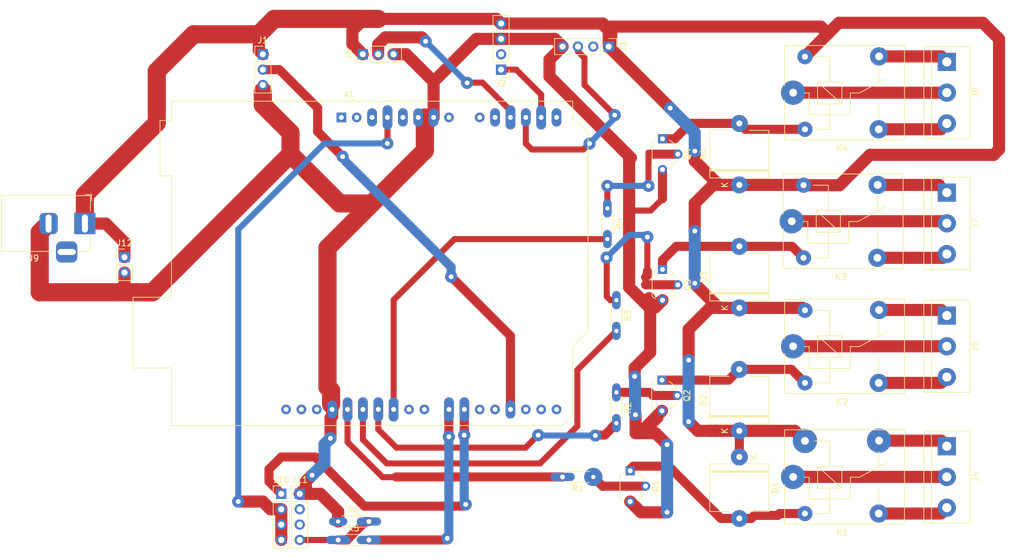
<source format=kicad_pcb>
(kicad_pcb (version 20171130) (host pcbnew "(5.1.9)-1")

  (general
    (thickness 1.6)
    (drawings 5)
    (tracks 335)
    (zones 0)
    (modules 31)
    (nets 56)
  )

  (page A4)
  (layers
    (0 F.Cu signal)
    (31 B.Cu signal)
    (32 B.Adhes user)
    (33 F.Adhes user)
    (34 B.Paste user)
    (35 F.Paste user)
    (36 B.SilkS user)
    (37 F.SilkS user)
    (38 B.Mask user)
    (39 F.Mask user)
    (40 Dwgs.User user)
    (41 Cmts.User user)
    (42 Eco1.User user)
    (43 Eco2.User user)
    (44 Edge.Cuts user)
    (45 Margin user)
    (46 B.CrtYd user)
    (47 F.CrtYd user)
    (48 B.Fab user)
    (49 F.Fab user)
  )

  (setup
    (last_trace_width 1.5)
    (user_trace_width 0.5)
    (user_trace_width 1)
    (user_trace_width 1.5)
    (user_trace_width 2)
    (user_trace_width 3)
    (trace_clearance 0.2)
    (zone_clearance 0.508)
    (zone_45_only no)
    (trace_min 0.2)
    (via_size 0.6)
    (via_drill 0.4)
    (via_min_size 0.4)
    (via_min_drill 0.3)
    (user_via 2 0.8)
    (uvia_size 0.3)
    (uvia_drill 0.1)
    (uvias_allowed no)
    (uvia_min_size 0.2)
    (uvia_min_drill 0.1)
    (edge_width 0.15)
    (segment_width 0.15)
    (pcb_text_width 0.3)
    (pcb_text_size 1.5 1.5)
    (mod_edge_width 0.15)
    (mod_text_size 1 1)
    (mod_text_width 0.15)
    (pad_size 2 1.35)
    (pad_drill 0.8)
    (pad_to_mask_clearance 0)
    (aux_axis_origin 0 0)
    (visible_elements 7FFFFFFF)
    (pcbplotparams
      (layerselection 0x010fc_ffffffff)
      (usegerberextensions false)
      (usegerberattributes false)
      (usegerberadvancedattributes false)
      (creategerberjobfile false)
      (excludeedgelayer true)
      (linewidth 0.100000)
      (plotframeref false)
      (viasonmask false)
      (mode 1)
      (useauxorigin false)
      (hpglpennumber 1)
      (hpglpenspeed 20)
      (hpglpendiameter 15.000000)
      (psnegative false)
      (psa4output false)
      (plotreference true)
      (plotvalue true)
      (plotinvisibletext false)
      (padsonsilk false)
      (subtractmaskfromsilk false)
      (outputformat 1)
      (mirror false)
      (drillshape 1)
      (scaleselection 1)
      (outputdirectory ""))
  )

  (net 0 "")
  (net 1 "Net-(A1-Pad32)")
  (net 2 "Net-(A1-Pad31)")
  (net 3 "Net-(A1-Pad1)")
  (net 4 /2)
  (net 5 /IOREF)
  (net 6 /3)
  (net 7 /Reset)
  (net 8 /4)
  (net 9 +3V3)
  (net 10 /5)
  (net 11 +5V)
  (net 12 /6)
  (net 13 GND)
  (net 14 /7)
  (net 15 /8)
  (net 16 /Vin)
  (net 17 /9)
  (net 18 /A0)
  (net 19 /10)
  (net 20 /A1)
  (net 21 /11)
  (net 22 /A2)
  (net 23 /12)
  (net 24 /A3)
  (net 25 /13)
  (net 26 /A4)
  (net 27 /A5)
  (net 28 /AREF)
  (net 29 /0)
  (net 30 /1)
  (net 31 "Net-(D1-Pad2)")
  (net 32 "Net-(D2-Pad2)")
  (net 33 "Net-(D3-Pad2)")
  (net 34 "Net-(D4-Pad2)")
  (net 35 "Net-(J2-Pad2)")
  (net 36 "Net-(J3-Pad2)")
  (net 37 "Net-(J4-Pad1)")
  (net 38 "Net-(J4-Pad2)")
  (net 39 "Net-(J4-Pad3)")
  (net 40 "Net-(J5-Pad3)")
  (net 41 "Net-(J5-Pad2)")
  (net 42 "Net-(J5-Pad1)")
  (net 43 "Net-(J7-Pad1)")
  (net 44 "Net-(J7-Pad2)")
  (net 45 "Net-(J7-Pad3)")
  (net 46 "Net-(J8-Pad3)")
  (net 47 "Net-(J8-Pad2)")
  (net 48 "Net-(J8-Pad1)")
  (net 49 "Net-(Q1-Pad2)")
  (net 50 "Net-(Q2-Pad2)")
  (net 51 "Net-(Q3-Pad2)")
  (net 52 "Net-(Q4-Pad2)")
  (net 53 "Net-(J11-Pad2)")
  (net 54 "Net-(J11-Pad3)")
  (net 55 "Net-(J11-Pad4)")

  (net_class Default "This is the default net class."
    (clearance 0.2)
    (trace_width 0.25)
    (via_dia 0.6)
    (via_drill 0.4)
    (uvia_dia 0.3)
    (uvia_drill 0.1)
    (add_net +3V3)
    (add_net +5V)
    (add_net /0)
    (add_net /1)
    (add_net /10)
    (add_net /11)
    (add_net /12)
    (add_net /13)
    (add_net /2)
    (add_net /3)
    (add_net /4)
    (add_net /5)
    (add_net /6)
    (add_net /7)
    (add_net /8)
    (add_net /9)
    (add_net /A0)
    (add_net /A1)
    (add_net /A2)
    (add_net /A3)
    (add_net /A4)
    (add_net /A5)
    (add_net /AREF)
    (add_net /IOREF)
    (add_net /Reset)
    (add_net /Vin)
    (add_net GND)
    (add_net "Net-(A1-Pad1)")
    (add_net "Net-(A1-Pad31)")
    (add_net "Net-(A1-Pad32)")
    (add_net "Net-(D1-Pad2)")
    (add_net "Net-(D2-Pad2)")
    (add_net "Net-(D3-Pad2)")
    (add_net "Net-(D4-Pad2)")
    (add_net "Net-(J11-Pad2)")
    (add_net "Net-(J11-Pad3)")
    (add_net "Net-(J11-Pad4)")
    (add_net "Net-(J2-Pad2)")
    (add_net "Net-(J3-Pad2)")
    (add_net "Net-(J4-Pad1)")
    (add_net "Net-(J4-Pad2)")
    (add_net "Net-(J4-Pad3)")
    (add_net "Net-(J5-Pad1)")
    (add_net "Net-(J5-Pad2)")
    (add_net "Net-(J5-Pad3)")
    (add_net "Net-(J7-Pad1)")
    (add_net "Net-(J7-Pad2)")
    (add_net "Net-(J7-Pad3)")
    (add_net "Net-(J8-Pad1)")
    (add_net "Net-(J8-Pad2)")
    (add_net "Net-(J8-Pad3)")
    (add_net "Net-(Q1-Pad2)")
    (add_net "Net-(Q2-Pad2)")
    (add_net "Net-(Q3-Pad2)")
    (add_net "Net-(Q4-Pad2)")
  )

  (module Relay_THT:Relay_SPDT_SANYOU_SRD_Series_Form_C (layer F.Cu) (tedit 58FA3148) (tstamp 5FBE802F)
    (at 149.63 54.26)
    (descr "relay Sanyou SRD series Form C http://www.sanyourelay.ca/public/products/pdf/SRD.pdf")
    (tags "relay Sanyu SRD form C")
    (path /5FC134DA)
    (fp_text reference K3 (at 8.1 9.2) (layer F.SilkS)
      (effects (font (size 1 1) (thickness 0.15)))
    )
    (fp_text value PELTIER_RELAY (at 8 -9.6) (layer F.Fab)
      (effects (font (size 1 1) (thickness 0.15)))
    )
    (fp_line (start 8.05 1.85) (end 4.05 1.85) (layer F.SilkS) (width 0.12))
    (fp_line (start 8.05 -1.75) (end 8.05 1.85) (layer F.SilkS) (width 0.12))
    (fp_line (start 4.05 -1.75) (end 8.05 -1.75) (layer F.SilkS) (width 0.12))
    (fp_line (start 4.05 1.85) (end 4.05 -1.75) (layer F.SilkS) (width 0.12))
    (fp_line (start 8.05 1.85) (end 4.05 -1.75) (layer F.SilkS) (width 0.12))
    (fp_line (start 6.05 1.85) (end 6.05 6.05) (layer F.SilkS) (width 0.12))
    (fp_line (start 6.05 -5.95) (end 6.05 -1.75) (layer F.SilkS) (width 0.12))
    (fp_line (start 2.65 0.05) (end 2.65 3.65) (layer F.SilkS) (width 0.12))
    (fp_line (start 9.45 0.05) (end 9.45 3.65) (layer F.SilkS) (width 0.12))
    (fp_line (start 9.45 3.65) (end 2.65 3.65) (layer F.SilkS) (width 0.12))
    (fp_line (start 10.95 0.05) (end 15.55 -2.45) (layer F.SilkS) (width 0.12))
    (fp_line (start 9.45 0.05) (end 10.95 0.05) (layer F.SilkS) (width 0.12))
    (fp_line (start 6.05 -5.95) (end 3.55 -5.95) (layer F.SilkS) (width 0.12))
    (fp_line (start 2.65 0.05) (end 1.85 0.05) (layer F.SilkS) (width 0.12))
    (fp_line (start 3.55 6.05) (end 6.05 6.05) (layer F.SilkS) (width 0.12))
    (fp_line (start 14.15 -4.2) (end 14.15 -1.7) (layer F.SilkS) (width 0.12))
    (fp_line (start 14.15 4.2) (end 14.15 1.75) (layer F.SilkS) (width 0.12))
    (fp_line (start -1.55 7.95) (end 18.55 7.95) (layer F.CrtYd) (width 0.05))
    (fp_line (start 18.55 -7.95) (end 18.55 7.95) (layer F.CrtYd) (width 0.05))
    (fp_line (start -1.55 7.95) (end -1.55 -7.95) (layer F.CrtYd) (width 0.05))
    (fp_line (start 18.55 -7.95) (end -1.55 -7.95) (layer F.CrtYd) (width 0.05))
    (fp_line (start -1.3 7.7) (end -1.3 -7.7) (layer F.Fab) (width 0.12))
    (fp_line (start 18.3 7.7) (end -1.3 7.7) (layer F.Fab) (width 0.12))
    (fp_line (start 18.3 -7.7) (end 18.3 7.7) (layer F.Fab) (width 0.12))
    (fp_line (start -1.3 -7.7) (end 18.3 -7.7) (layer F.Fab) (width 0.12))
    (fp_line (start 18.4 7.8) (end -1.4 7.8) (layer F.SilkS) (width 0.12))
    (fp_line (start 18.4 -7.8) (end 18.4 7.8) (layer F.SilkS) (width 0.12))
    (fp_line (start -1.4 -7.8) (end 18.4 -7.8) (layer F.SilkS) (width 0.12))
    (fp_line (start -1.4 -7.8) (end -1.4 -1.2) (layer F.SilkS) (width 0.12))
    (fp_line (start -1.4 1.2) (end -1.4 7.8) (layer F.SilkS) (width 0.12))
    (fp_text user %R (at 7.1 0.025) (layer F.Fab)
      (effects (font (size 1 1) (thickness 0.15)))
    )
    (fp_text user 1 (at 0 -2.3) (layer F.Fab)
      (effects (font (size 1 1) (thickness 0.15)))
    )
    (pad 1 thru_hole circle (at 0 0 90) (size 4 4) (drill 1.3) (layers *.Cu *.Mask)
      (net 44 "Net-(J7-Pad2)"))
    (pad 5 thru_hole circle (at 1.95 -5.95 90) (size 2.5 2.5) (drill 1) (layers *.Cu *.Mask)
      (net 11 +5V))
    (pad 4 thru_hole circle (at 14.2 -6 90) (size 3 3) (drill 1.3) (layers *.Cu *.Mask)
      (net 43 "Net-(J7-Pad1)"))
    (pad 3 thru_hole circle (at 14.15 6.05 90) (size 3 3) (drill 1.3) (layers *.Cu *.Mask)
      (net 45 "Net-(J7-Pad3)"))
    (pad 2 thru_hole circle (at 1.95 6.05 90) (size 2.5 2.5) (drill 1) (layers *.Cu *.Mask)
      (net 33 "Net-(D3-Pad2)"))
    (model ${KISYS3DMOD}/Relay_THT.3dshapes/Relay_SPDT_SANYOU_SRD_Series_Form_C.wrl
      (at (xyz 0 0 0))
      (scale (xyz 1 1 1))
      (rotate (xyz 0 0 0))
    )
  )

  (module Module:Arduino_UNO_R3 (layer F.Cu) (tedit 5FD75775) (tstamp 5FCC6FA9)
    (at 75.205 37.105)
    (descr "Arduino UNO R3, http://www.mouser.com/pdfdocs/Gravitech_Arduino_Nano3_0.pdf")
    (tags "Arduino UNO R3")
    (path /5FBCF184)
    (fp_text reference A1 (at 1.27 -3.81 180) (layer F.SilkS)
      (effects (font (size 1 1) (thickness 0.15)))
    )
    (fp_text value Arduino_UNO_R3 (at 0 22.86) (layer F.Fab)
      (effects (font (size 1 1) (thickness 0.15)))
    )
    (fp_line (start 38.35 -2.79) (end 38.35 0) (layer F.CrtYd) (width 0.05))
    (fp_line (start 38.35 0) (end 40.89 2.54) (layer F.CrtYd) (width 0.05))
    (fp_line (start 40.89 2.54) (end 40.89 35.31) (layer F.CrtYd) (width 0.05))
    (fp_line (start 40.89 35.31) (end 38.35 37.85) (layer F.CrtYd) (width 0.05))
    (fp_line (start 38.35 37.85) (end 38.35 49.28) (layer F.CrtYd) (width 0.05))
    (fp_line (start 38.35 49.28) (end 36.58 51.05) (layer F.CrtYd) (width 0.05))
    (fp_line (start 36.58 51.05) (end -28.19 51.05) (layer F.CrtYd) (width 0.05))
    (fp_line (start -28.19 51.05) (end -28.19 41.53) (layer F.CrtYd) (width 0.05))
    (fp_line (start -28.19 41.53) (end -34.54 41.53) (layer F.CrtYd) (width 0.05))
    (fp_line (start -34.54 41.53) (end -34.54 29.59) (layer F.CrtYd) (width 0.05))
    (fp_line (start -34.54 29.59) (end -28.19 29.59) (layer F.CrtYd) (width 0.05))
    (fp_line (start -28.19 29.59) (end -28.19 9.78) (layer F.CrtYd) (width 0.05))
    (fp_line (start -28.19 9.78) (end -30.1 9.78) (layer F.CrtYd) (width 0.05))
    (fp_line (start -30.1 9.78) (end -30.1 0.38) (layer F.CrtYd) (width 0.05))
    (fp_line (start -30.1 0.38) (end -28.19 0.38) (layer F.CrtYd) (width 0.05))
    (fp_line (start -28.19 0.38) (end -28.19 -2.79) (layer F.CrtYd) (width 0.05))
    (fp_line (start -28.19 -2.79) (end 38.35 -2.79) (layer F.CrtYd) (width 0.05))
    (fp_line (start 40.77 35.31) (end 40.77 2.54) (layer F.SilkS) (width 0.12))
    (fp_line (start 40.77 2.54) (end 38.23 0) (layer F.SilkS) (width 0.12))
    (fp_line (start 38.23 0) (end 38.23 -2.67) (layer F.SilkS) (width 0.12))
    (fp_line (start 38.23 -2.67) (end -28.07 -2.67) (layer F.SilkS) (width 0.12))
    (fp_line (start -28.07 -2.67) (end -28.07 0.51) (layer F.SilkS) (width 0.12))
    (fp_line (start -28.07 0.51) (end -29.97 0.51) (layer F.SilkS) (width 0.12))
    (fp_line (start -29.97 0.51) (end -29.97 9.65) (layer F.SilkS) (width 0.12))
    (fp_line (start -29.97 9.65) (end -28.07 9.65) (layer F.SilkS) (width 0.12))
    (fp_line (start -28.07 9.65) (end -28.07 29.72) (layer F.SilkS) (width 0.12))
    (fp_line (start -28.07 29.72) (end -34.42 29.72) (layer F.SilkS) (width 0.12))
    (fp_line (start -34.42 29.72) (end -34.42 41.4) (layer F.SilkS) (width 0.12))
    (fp_line (start -34.42 41.4) (end -28.07 41.4) (layer F.SilkS) (width 0.12))
    (fp_line (start -28.07 41.4) (end -28.07 50.93) (layer F.SilkS) (width 0.12))
    (fp_line (start -28.07 50.93) (end 36.58 50.93) (layer F.SilkS) (width 0.12))
    (fp_line (start 36.58 50.93) (end 38.23 49.28) (layer F.SilkS) (width 0.12))
    (fp_line (start 38.23 49.28) (end 38.23 37.85) (layer F.SilkS) (width 0.12))
    (fp_line (start 38.23 37.85) (end 40.77 35.31) (layer F.SilkS) (width 0.12))
    (fp_line (start -34.29 29.84) (end -18.41 29.84) (layer F.Fab) (width 0.1))
    (fp_line (start -18.41 29.84) (end -18.41 41.27) (layer F.Fab) (width 0.1))
    (fp_line (start -18.41 41.27) (end -34.29 41.27) (layer F.Fab) (width 0.1))
    (fp_line (start -34.29 41.27) (end -34.29 29.84) (layer F.Fab) (width 0.1))
    (fp_line (start -29.84 0.64) (end -16.51 0.64) (layer F.Fab) (width 0.1))
    (fp_line (start -16.51 0.64) (end -16.51 9.53) (layer F.Fab) (width 0.1))
    (fp_line (start -16.51 9.53) (end -29.84 9.53) (layer F.Fab) (width 0.1))
    (fp_line (start -29.84 9.53) (end -29.84 0.64) (layer F.Fab) (width 0.1))
    (fp_line (start 38.1 37.85) (end 38.1 49.28) (layer F.Fab) (width 0.1))
    (fp_line (start 40.64 2.54) (end 40.64 35.31) (layer F.Fab) (width 0.1))
    (fp_line (start 40.64 35.31) (end 38.1 37.85) (layer F.Fab) (width 0.1))
    (fp_line (start 38.1 -2.54) (end 38.1 0) (layer F.Fab) (width 0.1))
    (fp_line (start 38.1 0) (end 40.64 2.54) (layer F.Fab) (width 0.1))
    (fp_line (start 38.1 49.28) (end 36.58 50.8) (layer F.Fab) (width 0.1))
    (fp_line (start 36.58 50.8) (end -27.94 50.8) (layer F.Fab) (width 0.1))
    (fp_line (start -27.94 50.8) (end -27.94 -2.54) (layer F.Fab) (width 0.1))
    (fp_line (start -27.94 -2.54) (end 38.1 -2.54) (layer F.Fab) (width 0.1))
    (fp_text user %R (at 0 20.32 180) (layer F.Fab)
      (effects (font (size 1 1) (thickness 0.15)))
    )
    (pad 32 thru_hole oval (at -9.14 48.26 90) (size 1.6 1.6) (drill 0.8) (layers *.Cu *.Mask)
      (net 1 "Net-(A1-Pad32)"))
    (pad 31 thru_hole oval (at -6.6 48.26 90) (size 1.6 1.6) (drill 0.8) (layers *.Cu *.Mask)
      (net 2 "Net-(A1-Pad31)"))
    (pad 1 thru_hole rect (at 0 0 90) (size 1.6 1.6) (drill 0.8) (layers *.Cu *.Mask)
      (net 3 "Net-(A1-Pad1)"))
    (pad 17 thru_hole oval (at 30.48 48.26 90) (size 1.6 1.6) (drill 0.8) (layers *.Cu *.Mask)
      (net 4 /2))
    (pad 2 thru_hole oval (at 2.54 0 90) (size 1.6 1.6) (drill 0.8) (layers *.Cu *.Mask)
      (net 5 /IOREF))
    (pad 18 thru_hole oval (at 27.94 48.26 90) (size 3 1.6) (drill 0.8) (layers *.Cu *.Mask)
      (net 6 /3))
    (pad 3 thru_hole oval (at 5.08 0 90) (size 3 1.6) (drill 0.8) (layers *.Cu *.Mask)
      (net 7 /Reset))
    (pad 19 thru_hole oval (at 25.4 48.26 90) (size 1.6 1.6) (drill 0.8) (layers *.Cu *.Mask)
      (net 8 /4))
    (pad 4 thru_hole oval (at 7.62 0 90) (size 4 1.6) (drill 0.8) (layers *.Cu *.Mask)
      (net 9 +3V3))
    (pad 20 thru_hole oval (at 22.86 48.26 90) (size 1.6 1.6) (drill 0.8) (layers *.Cu *.Mask)
      (net 10 /5))
    (pad 5 thru_hole oval (at 10.16 0 90) (size 3 1.6) (drill 0.8) (layers *.Cu *.Mask)
      (net 11 +5V))
    (pad 21 thru_hole oval (at 20.32 48.26 90) (size 4 1.6) (drill 0.8) (layers *.Cu *.Mask)
      (net 12 /6))
    (pad 6 thru_hole oval (at 12.7 0 90) (size 3 1.6) (drill 0.8) (layers *.Cu *.Mask)
      (net 13 GND))
    (pad 22 thru_hole oval (at 17.78 48.26 90) (size 4 1.6) (drill 0.8) (layers *.Cu *.Mask)
      (net 14 /7))
    (pad 7 thru_hole oval (at 15.24 0 90) (size 3 1.6) (drill 0.8) (layers *.Cu *.Mask)
      (net 13 GND))
    (pad 23 thru_hole oval (at 13.72 48.26 90) (size 1.6 1.6) (drill 0.8) (layers *.Cu *.Mask)
      (net 15 /8))
    (pad 8 thru_hole oval (at 17.78 0 90) (size 1.6 1.6) (drill 0.8) (layers *.Cu *.Mask)
      (net 16 /Vin))
    (pad 24 thru_hole oval (at 11.18 48.26 90) (size 1.6 1.6) (drill 0.8) (layers *.Cu *.Mask)
      (net 17 /9))
    (pad 9 thru_hole oval (at 22.86 0 90) (size 1.6 1.6) (drill 0.8) (layers *.Cu *.Mask)
      (net 18 /A0))
    (pad 25 thru_hole oval (at 8.64 48.26 90) (size 4 1.6) (drill 0.8) (layers *.Cu *.Mask)
      (net 19 /10))
    (pad 10 thru_hole oval (at 25.4 0 90) (size 3 1.6) (drill 0.8) (layers *.Cu *.Mask)
      (net 20 /A1))
    (pad 26 thru_hole oval (at 6.1 48.26 90) (size 4 1.6) (drill 0.8) (layers *.Cu *.Mask)
      (net 21 /11))
    (pad 11 thru_hole oval (at 27.94 0 90) (size 4 1.6) (drill 0.8) (layers *.Cu *.Mask)
      (net 22 /A2))
    (pad 27 thru_hole oval (at 3.56 48.26 90) (size 4 1.6) (drill 0.8) (layers *.Cu *.Mask)
      (net 23 /12))
    (pad 12 thru_hole oval (at 30.48 0 90) (size 3 1.6) (drill 0.8) (layers *.Cu *.Mask)
      (net 24 /A3))
    (pad 28 thru_hole oval (at 1.02 48.26 90) (size 4 1.6) (drill 0.8) (layers *.Cu *.Mask)
      (net 25 /13))
    (pad 13 thru_hole oval (at 33.02 0 90) (size 4 1.6) (drill 0.8) (layers *.Cu *.Mask)
      (net 26 /A4))
    (pad 29 thru_hole oval (at -1.52 48.26 90) (size 3 1.6) (drill 0.8) (layers *.Cu *.Mask)
      (net 13 GND))
    (pad 14 thru_hole oval (at 35.56 0 90) (size 3 1.6) (drill 0.8) (layers *.Cu *.Mask)
      (net 27 /A5))
    (pad 30 thru_hole oval (at -4.06 48.26 90) (size 1.6 1.6) (drill 0.8) (layers *.Cu *.Mask)
      (net 28 /AREF))
    (pad 15 thru_hole oval (at 35.56 48.26 90) (size 1.6 1.6) (drill 0.8) (layers *.Cu *.Mask)
      (net 29 /0))
    (pad 16 thru_hole oval (at 33.02 48.26 90) (size 1.6 1.6) (drill 0.8) (layers *.Cu *.Mask)
      (net 30 /1))
    (model ${KISYS3DMOD}/Module.3dshapes/Arduino_UNO_R3.wrl
      (at (xyz 0 0 0))
      (scale (xyz 1 1 1))
      (rotate (xyz 0 0 0))
    )
  )

  (module Diode_THT:D_5KP_P10.16mm_Horizontal (layer F.Cu) (tedit 5FD76089) (tstamp 5FBE3EF8)
    (at 140.97 93.218 270)
    (descr "Diode, 5KP series, Axial, Horizontal, pin pitch=10.16mm, , length*diameter=7.62*9.53mm^2, , http://www.diodes.com/_files/packages/8686949.gif")
    (tags "Diode 5KP series Axial Horizontal pin pitch 10.16mm  length 7.62mm diameter 9.53mm")
    (path /5FBCEEE1)
    (fp_text reference D1 (at 5.08 -5.885 90) (layer F.SilkS)
      (effects (font (size 1 1) (thickness 0.15)))
    )
    (fp_text value D (at 5.08 5.885 90) (layer F.Fab)
      (effects (font (size 1 1) (thickness 0.15)))
    )
    (fp_line (start 1.27 -4.765) (end 1.27 4.765) (layer F.Fab) (width 0.1))
    (fp_line (start 1.27 4.765) (end 8.89 4.765) (layer F.Fab) (width 0.1))
    (fp_line (start 8.89 4.765) (end 8.89 -4.765) (layer F.Fab) (width 0.1))
    (fp_line (start 8.89 -4.765) (end 1.27 -4.765) (layer F.Fab) (width 0.1))
    (fp_line (start 0 0) (end 1.27 0) (layer F.Fab) (width 0.1))
    (fp_line (start 10.16 0) (end 8.89 0) (layer F.Fab) (width 0.1))
    (fp_line (start 2.413 -4.765) (end 2.413 4.765) (layer F.Fab) (width 0.1))
    (fp_line (start 2.513 -4.765) (end 2.513 4.765) (layer F.Fab) (width 0.1))
    (fp_line (start 2.313 -4.765) (end 2.313 4.765) (layer F.Fab) (width 0.1))
    (fp_line (start 1.15 -1.64) (end 1.15 -4.885) (layer F.SilkS) (width 0.12))
    (fp_line (start 1.15 -4.885) (end 9.01 -4.885) (layer F.SilkS) (width 0.12))
    (fp_line (start 9.01 -4.885) (end 9.01 -1.64) (layer F.SilkS) (width 0.12))
    (fp_line (start 1.15 1.64) (end 1.15 4.885) (layer F.SilkS) (width 0.12))
    (fp_line (start 1.15 4.885) (end 9.01 4.885) (layer F.SilkS) (width 0.12))
    (fp_line (start 9.01 4.885) (end 9.01 1.64) (layer F.SilkS) (width 0.12))
    (fp_line (start 2.413 -4.885) (end 2.413 4.885) (layer F.SilkS) (width 0.12))
    (fp_line (start 2.533 -4.885) (end 2.533 4.885) (layer F.SilkS) (width 0.12))
    (fp_line (start 2.293 -4.885) (end 2.293 4.885) (layer F.SilkS) (width 0.12))
    (fp_line (start -1.65 -5.02) (end -1.65 5.02) (layer F.CrtYd) (width 0.05))
    (fp_line (start -1.65 5.02) (end 11.81 5.02) (layer F.CrtYd) (width 0.05))
    (fp_line (start 11.81 5.02) (end 11.81 -5.02) (layer F.CrtYd) (width 0.05))
    (fp_line (start 11.81 -5.02) (end -1.65 -5.02) (layer F.CrtYd) (width 0.05))
    (fp_text user %R (at 5.6515 0 90) (layer F.Fab)
      (effects (font (size 1 1) (thickness 0.15)))
    )
    (fp_text user K (at 0 -2.4 90) (layer F.Fab)
      (effects (font (size 1 1) (thickness 0.15)))
    )
    (fp_text user K (at 0 -2.4 90) (layer F.SilkS)
      (effects (font (size 1 1) (thickness 0.15)))
    )
    (pad 1 thru_hole oval (at 0 0 270) (size 2.8 2.8) (drill 1) (layers *.Cu *.Mask)
      (net 11 +5V))
    (pad 2 thru_hole oval (at 10.16 0 270) (size 2.8 2.8) (drill 1) (layers *.Cu *.Mask)
      (net 31 "Net-(D1-Pad2)"))
    (model ${KISYS3DMOD}/Diode_THT.3dshapes/D_5KP_P10.16mm_Horizontal.wrl
      (at (xyz 0 0 0))
      (scale (xyz 1 1 1))
      (rotate (xyz 0 0 0))
    )
  )

  (module Diode_THT:D_5KP_P10.16mm_Horizontal (layer F.Cu) (tedit 5AE50CD5) (tstamp 5FBE3F17)
    (at 140.97 88.9 90)
    (descr "Diode, 5KP series, Axial, Horizontal, pin pitch=10.16mm, , length*diameter=7.62*9.53mm^2, , http://www.diodes.com/_files/packages/8686949.gif")
    (tags "Diode 5KP series Axial Horizontal pin pitch 10.16mm  length 7.62mm diameter 9.53mm")
    (path /5FBF3C69)
    (fp_text reference D2 (at 5.08 -5.885 90) (layer F.SilkS)
      (effects (font (size 1 1) (thickness 0.15)))
    )
    (fp_text value D (at 5.08 5.885 90) (layer F.Fab)
      (effects (font (size 1 1) (thickness 0.15)))
    )
    (fp_line (start 11.81 -5.02) (end -1.65 -5.02) (layer F.CrtYd) (width 0.05))
    (fp_line (start 11.81 5.02) (end 11.81 -5.02) (layer F.CrtYd) (width 0.05))
    (fp_line (start -1.65 5.02) (end 11.81 5.02) (layer F.CrtYd) (width 0.05))
    (fp_line (start -1.65 -5.02) (end -1.65 5.02) (layer F.CrtYd) (width 0.05))
    (fp_line (start 2.293 -4.885) (end 2.293 4.885) (layer F.SilkS) (width 0.12))
    (fp_line (start 2.533 -4.885) (end 2.533 4.885) (layer F.SilkS) (width 0.12))
    (fp_line (start 2.413 -4.885) (end 2.413 4.885) (layer F.SilkS) (width 0.12))
    (fp_line (start 9.01 4.885) (end 9.01 1.64) (layer F.SilkS) (width 0.12))
    (fp_line (start 1.15 4.885) (end 9.01 4.885) (layer F.SilkS) (width 0.12))
    (fp_line (start 1.15 1.64) (end 1.15 4.885) (layer F.SilkS) (width 0.12))
    (fp_line (start 9.01 -4.885) (end 9.01 -1.64) (layer F.SilkS) (width 0.12))
    (fp_line (start 1.15 -4.885) (end 9.01 -4.885) (layer F.SilkS) (width 0.12))
    (fp_line (start 1.15 -1.64) (end 1.15 -4.885) (layer F.SilkS) (width 0.12))
    (fp_line (start 2.313 -4.765) (end 2.313 4.765) (layer F.Fab) (width 0.1))
    (fp_line (start 2.513 -4.765) (end 2.513 4.765) (layer F.Fab) (width 0.1))
    (fp_line (start 2.413 -4.765) (end 2.413 4.765) (layer F.Fab) (width 0.1))
    (fp_line (start 10.16 0) (end 8.89 0) (layer F.Fab) (width 0.1))
    (fp_line (start 0 0) (end 1.27 0) (layer F.Fab) (width 0.1))
    (fp_line (start 8.89 -4.765) (end 1.27 -4.765) (layer F.Fab) (width 0.1))
    (fp_line (start 8.89 4.765) (end 8.89 -4.765) (layer F.Fab) (width 0.1))
    (fp_line (start 1.27 4.765) (end 8.89 4.765) (layer F.Fab) (width 0.1))
    (fp_line (start 1.27 -4.765) (end 1.27 4.765) (layer F.Fab) (width 0.1))
    (fp_text user K (at 0 -2.4 90) (layer F.SilkS)
      (effects (font (size 1 1) (thickness 0.15)))
    )
    (fp_text user K (at 0 -2.4 90) (layer F.Fab)
      (effects (font (size 1 1) (thickness 0.15)))
    )
    (fp_text user %R (at 5.6515 0 90) (layer F.Fab)
      (effects (font (size 1 1) (thickness 0.15)))
    )
    (pad 2 thru_hole oval (at 10.16 0 90) (size 2.8 2.8) (drill 1) (layers *.Cu *.Mask)
      (net 32 "Net-(D2-Pad2)"))
    (pad 1 thru_hole oval (at 0 0 90) (size 2.8 2.8) (drill 1) (layers *.Cu *.Mask)
      (net 11 +5V))
    (model ${KISYS3DMOD}/Diode_THT.3dshapes/D_5KP_P10.16mm_Horizontal.wrl
      (at (xyz 0 0 0))
      (scale (xyz 1 1 1))
      (rotate (xyz 0 0 0))
    )
  )

  (module Diode_THT:D_5KP_P10.16mm_Horizontal (layer F.Cu) (tedit 5AE50CD5) (tstamp 5FBE3F36)
    (at 140.97 68.58 90)
    (descr "Diode, 5KP series, Axial, Horizontal, pin pitch=10.16mm, , length*diameter=7.62*9.53mm^2, , http://www.diodes.com/_files/packages/8686949.gif")
    (tags "Diode 5KP series Axial Horizontal pin pitch 10.16mm  length 7.62mm diameter 9.53mm")
    (path /5FC134F8)
    (fp_text reference D3 (at 5.08 -5.885 90) (layer F.SilkS)
      (effects (font (size 1 1) (thickness 0.15)))
    )
    (fp_text value D (at 5.08 5.885 90) (layer F.Fab)
      (effects (font (size 1 1) (thickness 0.15)))
    )
    (fp_line (start 11.81 -5.02) (end -1.65 -5.02) (layer F.CrtYd) (width 0.05))
    (fp_line (start 11.81 5.02) (end 11.81 -5.02) (layer F.CrtYd) (width 0.05))
    (fp_line (start -1.65 5.02) (end 11.81 5.02) (layer F.CrtYd) (width 0.05))
    (fp_line (start -1.65 -5.02) (end -1.65 5.02) (layer F.CrtYd) (width 0.05))
    (fp_line (start 2.293 -4.885) (end 2.293 4.885) (layer F.SilkS) (width 0.12))
    (fp_line (start 2.533 -4.885) (end 2.533 4.885) (layer F.SilkS) (width 0.12))
    (fp_line (start 2.413 -4.885) (end 2.413 4.885) (layer F.SilkS) (width 0.12))
    (fp_line (start 9.01 4.885) (end 9.01 1.64) (layer F.SilkS) (width 0.12))
    (fp_line (start 1.15 4.885) (end 9.01 4.885) (layer F.SilkS) (width 0.12))
    (fp_line (start 1.15 1.64) (end 1.15 4.885) (layer F.SilkS) (width 0.12))
    (fp_line (start 9.01 -4.885) (end 9.01 -1.64) (layer F.SilkS) (width 0.12))
    (fp_line (start 1.15 -4.885) (end 9.01 -4.885) (layer F.SilkS) (width 0.12))
    (fp_line (start 1.15 -1.64) (end 1.15 -4.885) (layer F.SilkS) (width 0.12))
    (fp_line (start 2.313 -4.765) (end 2.313 4.765) (layer F.Fab) (width 0.1))
    (fp_line (start 2.513 -4.765) (end 2.513 4.765) (layer F.Fab) (width 0.1))
    (fp_line (start 2.413 -4.765) (end 2.413 4.765) (layer F.Fab) (width 0.1))
    (fp_line (start 10.16 0) (end 8.89 0) (layer F.Fab) (width 0.1))
    (fp_line (start 0 0) (end 1.27 0) (layer F.Fab) (width 0.1))
    (fp_line (start 8.89 -4.765) (end 1.27 -4.765) (layer F.Fab) (width 0.1))
    (fp_line (start 8.89 4.765) (end 8.89 -4.765) (layer F.Fab) (width 0.1))
    (fp_line (start 1.27 4.765) (end 8.89 4.765) (layer F.Fab) (width 0.1))
    (fp_line (start 1.27 -4.765) (end 1.27 4.765) (layer F.Fab) (width 0.1))
    (fp_text user K (at 0 -2.4 90) (layer F.SilkS)
      (effects (font (size 1 1) (thickness 0.15)))
    )
    (fp_text user K (at 0 -2.4 90) (layer F.Fab)
      (effects (font (size 1 1) (thickness 0.15)))
    )
    (fp_text user %R (at 5.6515 0 90) (layer F.Fab)
      (effects (font (size 1 1) (thickness 0.15)))
    )
    (pad 2 thru_hole oval (at 10.16 0 90) (size 2.8 2.8) (drill 1) (layers *.Cu *.Mask)
      (net 33 "Net-(D3-Pad2)"))
    (pad 1 thru_hole oval (at 0 0 90) (size 2.8 2.8) (drill 1) (layers *.Cu *.Mask)
      (net 11 +5V))
    (model ${KISYS3DMOD}/Diode_THT.3dshapes/D_5KP_P10.16mm_Horizontal.wrl
      (at (xyz 0 0 0))
      (scale (xyz 1 1 1))
      (rotate (xyz 0 0 0))
    )
  )

  (module Diode_THT:D_5KP_P10.16mm_Horizontal (layer F.Cu) (tedit 5AE50CD5) (tstamp 5FBE7F99)
    (at 140.97 48.26 90)
    (descr "Diode, 5KP series, Axial, Horizontal, pin pitch=10.16mm, , length*diameter=7.62*9.53mm^2, , http://www.diodes.com/_files/packages/8686949.gif")
    (tags "Diode 5KP series Axial Horizontal pin pitch 10.16mm  length 7.62mm diameter 9.53mm")
    (path /5FC13553)
    (fp_text reference D4 (at 5.08 -5.885 90) (layer F.SilkS)
      (effects (font (size 1 1) (thickness 0.15)))
    )
    (fp_text value D (at 5.08 5.885 90) (layer F.Fab)
      (effects (font (size 1 1) (thickness 0.15)))
    )
    (fp_line (start 1.27 -4.765) (end 1.27 4.765) (layer F.Fab) (width 0.1))
    (fp_line (start 1.27 4.765) (end 8.89 4.765) (layer F.Fab) (width 0.1))
    (fp_line (start 8.89 4.765) (end 8.89 -4.765) (layer F.Fab) (width 0.1))
    (fp_line (start 8.89 -4.765) (end 1.27 -4.765) (layer F.Fab) (width 0.1))
    (fp_line (start 0 0) (end 1.27 0) (layer F.Fab) (width 0.1))
    (fp_line (start 10.16 0) (end 8.89 0) (layer F.Fab) (width 0.1))
    (fp_line (start 2.413 -4.765) (end 2.413 4.765) (layer F.Fab) (width 0.1))
    (fp_line (start 2.513 -4.765) (end 2.513 4.765) (layer F.Fab) (width 0.1))
    (fp_line (start 2.313 -4.765) (end 2.313 4.765) (layer F.Fab) (width 0.1))
    (fp_line (start 1.15 -1.64) (end 1.15 -4.885) (layer F.SilkS) (width 0.12))
    (fp_line (start 1.15 -4.885) (end 9.01 -4.885) (layer F.SilkS) (width 0.12))
    (fp_line (start 9.01 -4.885) (end 9.01 -1.64) (layer F.SilkS) (width 0.12))
    (fp_line (start 1.15 1.64) (end 1.15 4.885) (layer F.SilkS) (width 0.12))
    (fp_line (start 1.15 4.885) (end 9.01 4.885) (layer F.SilkS) (width 0.12))
    (fp_line (start 9.01 4.885) (end 9.01 1.64) (layer F.SilkS) (width 0.12))
    (fp_line (start 2.413 -4.885) (end 2.413 4.885) (layer F.SilkS) (width 0.12))
    (fp_line (start 2.533 -4.885) (end 2.533 4.885) (layer F.SilkS) (width 0.12))
    (fp_line (start 2.293 -4.885) (end 2.293 4.885) (layer F.SilkS) (width 0.12))
    (fp_line (start -1.65 -5.02) (end -1.65 5.02) (layer F.CrtYd) (width 0.05))
    (fp_line (start -1.65 5.02) (end 11.81 5.02) (layer F.CrtYd) (width 0.05))
    (fp_line (start 11.81 5.02) (end 11.81 -5.02) (layer F.CrtYd) (width 0.05))
    (fp_line (start 11.81 -5.02) (end -1.65 -5.02) (layer F.CrtYd) (width 0.05))
    (fp_text user %R (at 5.6515 0 90) (layer F.Fab)
      (effects (font (size 1 1) (thickness 0.15)))
    )
    (fp_text user K (at 0 -2.4 90) (layer F.Fab)
      (effects (font (size 1 1) (thickness 0.15)))
    )
    (fp_text user K (at 0 -2.4 90) (layer F.SilkS)
      (effects (font (size 1 1) (thickness 0.15)))
    )
    (pad 1 thru_hole oval (at 0 0 90) (size 2.8 2.8) (drill 1) (layers *.Cu *.Mask)
      (net 11 +5V))
    (pad 2 thru_hole oval (at 10.16 0 90) (size 2.8 2.8) (drill 1) (layers *.Cu *.Mask)
      (net 34 "Net-(D4-Pad2)"))
    (model ${KISYS3DMOD}/Diode_THT.3dshapes/D_5KP_P10.16mm_Horizontal.wrl
      (at (xyz 0 0 0))
      (scale (xyz 1 1 1))
      (rotate (xyz 0 0 0))
    )
  )

  (module TerminalBlock:TerminalBlock_bornier-3_P5.08mm (layer F.Cu) (tedit 59FF03B9) (tstamp 5FBE3FB8)
    (at 175.26 91.44 270)
    (descr "simple 3-pin terminal block, pitch 5.08mm, revamped version of bornier3")
    (tags "terminal block bornier3")
    (path /5FBD766D)
    (fp_text reference J4 (at 5.05 -4.65 90) (layer F.SilkS)
      (effects (font (size 1 1) (thickness 0.15)))
    )
    (fp_text value Screw_Terminal_01x03 (at 5.08 5.08 90) (layer F.Fab)
      (effects (font (size 1 1) (thickness 0.15)))
    )
    (fp_line (start 12.88 4) (end -2.72 4) (layer F.CrtYd) (width 0.05))
    (fp_line (start 12.88 4) (end 12.88 -4) (layer F.CrtYd) (width 0.05))
    (fp_line (start -2.72 -4) (end -2.72 4) (layer F.CrtYd) (width 0.05))
    (fp_line (start -2.72 -4) (end 12.88 -4) (layer F.CrtYd) (width 0.05))
    (fp_line (start -2.54 3.81) (end 12.7 3.81) (layer F.SilkS) (width 0.12))
    (fp_line (start -2.54 -3.81) (end 12.7 -3.81) (layer F.SilkS) (width 0.12))
    (fp_line (start -2.54 2.54) (end 12.7 2.54) (layer F.SilkS) (width 0.12))
    (fp_line (start 12.7 3.81) (end 12.7 -3.81) (layer F.SilkS) (width 0.12))
    (fp_line (start -2.54 3.81) (end -2.54 -3.81) (layer F.SilkS) (width 0.12))
    (fp_line (start -2.47 3.75) (end -2.47 -3.75) (layer F.Fab) (width 0.1))
    (fp_line (start 12.63 3.75) (end -2.47 3.75) (layer F.Fab) (width 0.1))
    (fp_line (start 12.63 -3.75) (end 12.63 3.75) (layer F.Fab) (width 0.1))
    (fp_line (start -2.47 -3.75) (end 12.63 -3.75) (layer F.Fab) (width 0.1))
    (fp_line (start -2.47 2.55) (end 12.63 2.55) (layer F.Fab) (width 0.1))
    (fp_text user %R (at 5.08 0 90) (layer F.Fab)
      (effects (font (size 1 1) (thickness 0.15)))
    )
    (pad 3 thru_hole circle (at 10.16 0 270) (size 3 3) (drill 1.52) (layers *.Cu *.Mask)
      (net 39 "Net-(J4-Pad3)"))
    (pad 2 thru_hole circle (at 5.08 0 270) (size 3 3) (drill 1.52) (layers *.Cu *.Mask)
      (net 38 "Net-(J4-Pad2)"))
    (pad 1 thru_hole rect (at 0 0 270) (size 3 3) (drill 1.52) (layers *.Cu *.Mask)
      (net 37 "Net-(J4-Pad1)"))
    (model ${KISYS3DMOD}/TerminalBlock.3dshapes/TerminalBlock_bornier-3_P5.08mm.wrl
      (offset (xyz 5.079999923706055 0 0))
      (scale (xyz 1 1 1))
      (rotate (xyz 0 0 0))
    )
  )

  (module TerminalBlock:TerminalBlock_bornier-3_P5.08mm (layer F.Cu) (tedit 59FF03B9) (tstamp 5FBE3FCE)
    (at 175.26 69.85 270)
    (descr "simple 3-pin terminal block, pitch 5.08mm, revamped version of bornier3")
    (tags "terminal block bornier3")
    (path /5FBF3C7D)
    (fp_text reference J5 (at 5.05 -4.65 90) (layer F.SilkS)
      (effects (font (size 1 1) (thickness 0.15)))
    )
    (fp_text value Screw_Terminal_01x03 (at 5.08 5.08 90) (layer F.Fab)
      (effects (font (size 1 1) (thickness 0.15)))
    )
    (fp_line (start -2.47 2.55) (end 12.63 2.55) (layer F.Fab) (width 0.1))
    (fp_line (start -2.47 -3.75) (end 12.63 -3.75) (layer F.Fab) (width 0.1))
    (fp_line (start 12.63 -3.75) (end 12.63 3.75) (layer F.Fab) (width 0.1))
    (fp_line (start 12.63 3.75) (end -2.47 3.75) (layer F.Fab) (width 0.1))
    (fp_line (start -2.47 3.75) (end -2.47 -3.75) (layer F.Fab) (width 0.1))
    (fp_line (start -2.54 3.81) (end -2.54 -3.81) (layer F.SilkS) (width 0.12))
    (fp_line (start 12.7 3.81) (end 12.7 -3.81) (layer F.SilkS) (width 0.12))
    (fp_line (start -2.54 2.54) (end 12.7 2.54) (layer F.SilkS) (width 0.12))
    (fp_line (start -2.54 -3.81) (end 12.7 -3.81) (layer F.SilkS) (width 0.12))
    (fp_line (start -2.54 3.81) (end 12.7 3.81) (layer F.SilkS) (width 0.12))
    (fp_line (start -2.72 -4) (end 12.88 -4) (layer F.CrtYd) (width 0.05))
    (fp_line (start -2.72 -4) (end -2.72 4) (layer F.CrtYd) (width 0.05))
    (fp_line (start 12.88 4) (end 12.88 -4) (layer F.CrtYd) (width 0.05))
    (fp_line (start 12.88 4) (end -2.72 4) (layer F.CrtYd) (width 0.05))
    (fp_text user %R (at 5.08 0 90) (layer F.Fab)
      (effects (font (size 1 1) (thickness 0.15)))
    )
    (pad 1 thru_hole rect (at 0 0 270) (size 3 3) (drill 1.52) (layers *.Cu *.Mask)
      (net 42 "Net-(J5-Pad1)"))
    (pad 2 thru_hole circle (at 5.08 0 270) (size 3 3) (drill 1.52) (layers *.Cu *.Mask)
      (net 41 "Net-(J5-Pad2)"))
    (pad 3 thru_hole circle (at 10.16 0 270) (size 3 3) (drill 1.52) (layers *.Cu *.Mask)
      (net 40 "Net-(J5-Pad3)"))
    (model ${KISYS3DMOD}/TerminalBlock.3dshapes/TerminalBlock_bornier-3_P5.08mm.wrl
      (offset (xyz 5.079999923706055 0 0))
      (scale (xyz 1 1 1))
      (rotate (xyz 0 0 0))
    )
  )

  (module TerminalBlock:TerminalBlock_bornier-3_P5.08mm (layer F.Cu) (tedit 59FF03B9) (tstamp 5FBE3FFD)
    (at 175.26 49.53 270)
    (descr "simple 3-pin terminal block, pitch 5.08mm, revamped version of bornier3")
    (tags "terminal block bornier3")
    (path /5FC1350C)
    (fp_text reference J7 (at 5.05 -4.65 90) (layer F.SilkS)
      (effects (font (size 1 1) (thickness 0.15)))
    )
    (fp_text value Screw_Terminal_01x03 (at 5.08 5.08 90) (layer F.Fab)
      (effects (font (size 1 1) (thickness 0.15)))
    )
    (fp_line (start 12.88 4) (end -2.72 4) (layer F.CrtYd) (width 0.05))
    (fp_line (start 12.88 4) (end 12.88 -4) (layer F.CrtYd) (width 0.05))
    (fp_line (start -2.72 -4) (end -2.72 4) (layer F.CrtYd) (width 0.05))
    (fp_line (start -2.72 -4) (end 12.88 -4) (layer F.CrtYd) (width 0.05))
    (fp_line (start -2.54 3.81) (end 12.7 3.81) (layer F.SilkS) (width 0.12))
    (fp_line (start -2.54 -3.81) (end 12.7 -3.81) (layer F.SilkS) (width 0.12))
    (fp_line (start -2.54 2.54) (end 12.7 2.54) (layer F.SilkS) (width 0.12))
    (fp_line (start 12.7 3.81) (end 12.7 -3.81) (layer F.SilkS) (width 0.12))
    (fp_line (start -2.54 3.81) (end -2.54 -3.81) (layer F.SilkS) (width 0.12))
    (fp_line (start -2.47 3.75) (end -2.47 -3.75) (layer F.Fab) (width 0.1))
    (fp_line (start 12.63 3.75) (end -2.47 3.75) (layer F.Fab) (width 0.1))
    (fp_line (start 12.63 -3.75) (end 12.63 3.75) (layer F.Fab) (width 0.1))
    (fp_line (start -2.47 -3.75) (end 12.63 -3.75) (layer F.Fab) (width 0.1))
    (fp_line (start -2.47 2.55) (end 12.63 2.55) (layer F.Fab) (width 0.1))
    (fp_text user %R (at 5.08 0 90) (layer F.Fab)
      (effects (font (size 1 1) (thickness 0.15)))
    )
    (pad 3 thru_hole circle (at 10.16 0 270) (size 3 3) (drill 1.52) (layers *.Cu *.Mask)
      (net 45 "Net-(J7-Pad3)"))
    (pad 2 thru_hole circle (at 5.08 0 270) (size 3 3) (drill 1.52) (layers *.Cu *.Mask)
      (net 44 "Net-(J7-Pad2)"))
    (pad 1 thru_hole rect (at 0 0 270) (size 3 3) (drill 1.52) (layers *.Cu *.Mask)
      (net 43 "Net-(J7-Pad1)"))
    (model ${KISYS3DMOD}/TerminalBlock.3dshapes/TerminalBlock_bornier-3_P5.08mm.wrl
      (offset (xyz 5.079999923706055 0 0))
      (scale (xyz 1 1 1))
      (rotate (xyz 0 0 0))
    )
  )

  (module TerminalBlock:TerminalBlock_bornier-3_P5.08mm (layer F.Cu) (tedit 59FF03B9) (tstamp 5FBE4013)
    (at 175.26 27.94 270)
    (descr "simple 3-pin terminal block, pitch 5.08mm, revamped version of bornier3")
    (tags "terminal block bornier3")
    (path /5FC13567)
    (fp_text reference J8 (at 5.05 -4.65 90) (layer F.SilkS)
      (effects (font (size 1 1) (thickness 0.15)))
    )
    (fp_text value Screw_Terminal_01x03 (at 5.08 5.08 90) (layer F.Fab)
      (effects (font (size 1 1) (thickness 0.15)))
    )
    (fp_line (start -2.47 2.55) (end 12.63 2.55) (layer F.Fab) (width 0.1))
    (fp_line (start -2.47 -3.75) (end 12.63 -3.75) (layer F.Fab) (width 0.1))
    (fp_line (start 12.63 -3.75) (end 12.63 3.75) (layer F.Fab) (width 0.1))
    (fp_line (start 12.63 3.75) (end -2.47 3.75) (layer F.Fab) (width 0.1))
    (fp_line (start -2.47 3.75) (end -2.47 -3.75) (layer F.Fab) (width 0.1))
    (fp_line (start -2.54 3.81) (end -2.54 -3.81) (layer F.SilkS) (width 0.12))
    (fp_line (start 12.7 3.81) (end 12.7 -3.81) (layer F.SilkS) (width 0.12))
    (fp_line (start -2.54 2.54) (end 12.7 2.54) (layer F.SilkS) (width 0.12))
    (fp_line (start -2.54 -3.81) (end 12.7 -3.81) (layer F.SilkS) (width 0.12))
    (fp_line (start -2.54 3.81) (end 12.7 3.81) (layer F.SilkS) (width 0.12))
    (fp_line (start -2.72 -4) (end 12.88 -4) (layer F.CrtYd) (width 0.05))
    (fp_line (start -2.72 -4) (end -2.72 4) (layer F.CrtYd) (width 0.05))
    (fp_line (start 12.88 4) (end 12.88 -4) (layer F.CrtYd) (width 0.05))
    (fp_line (start 12.88 4) (end -2.72 4) (layer F.CrtYd) (width 0.05))
    (fp_text user %R (at 5.08 0 90) (layer F.Fab)
      (effects (font (size 1 1) (thickness 0.15)))
    )
    (pad 1 thru_hole rect (at 0 0 270) (size 3 3) (drill 1.52) (layers *.Cu *.Mask)
      (net 48 "Net-(J8-Pad1)"))
    (pad 2 thru_hole circle (at 5.08 0 270) (size 3 3) (drill 1.52) (layers *.Cu *.Mask)
      (net 47 "Net-(J8-Pad2)"))
    (pad 3 thru_hole circle (at 10.16 0 270) (size 3 3) (drill 1.52) (layers *.Cu *.Mask)
      (net 46 "Net-(J8-Pad3)"))
    (model ${KISYS3DMOD}/TerminalBlock.3dshapes/TerminalBlock_bornier-3_P5.08mm.wrl
      (offset (xyz 5.079999923706055 0 0))
      (scale (xyz 1 1 1))
      (rotate (xyz 0 0 0))
    )
  )

  (module Relay_THT:Relay_SPDT_SANYOU_SRD_Series_Form_C (layer F.Cu) (tedit 58FA3148) (tstamp 5FBE403C)
    (at 149.86 96.52)
    (descr "relay Sanyou SRD series Form C http://www.sanyourelay.ca/public/products/pdf/SRD.pdf")
    (tags "relay Sanyu SRD form C")
    (path /5FBC73B3)
    (fp_text reference K1 (at 8.1 9.2) (layer F.SilkS)
      (effects (font (size 1 1) (thickness 0.15)))
    )
    (fp_text value PUMP_RELAY (at 8 -9.6) (layer F.Fab)
      (effects (font (size 1 1) (thickness 0.15)))
    )
    (fp_line (start -1.4 1.2) (end -1.4 7.8) (layer F.SilkS) (width 0.12))
    (fp_line (start -1.4 -7.8) (end -1.4 -1.2) (layer F.SilkS) (width 0.12))
    (fp_line (start -1.4 -7.8) (end 18.4 -7.8) (layer F.SilkS) (width 0.12))
    (fp_line (start 18.4 -7.8) (end 18.4 7.8) (layer F.SilkS) (width 0.12))
    (fp_line (start 18.4 7.8) (end -1.4 7.8) (layer F.SilkS) (width 0.12))
    (fp_line (start -1.3 -7.7) (end 18.3 -7.7) (layer F.Fab) (width 0.12))
    (fp_line (start 18.3 -7.7) (end 18.3 7.7) (layer F.Fab) (width 0.12))
    (fp_line (start 18.3 7.7) (end -1.3 7.7) (layer F.Fab) (width 0.12))
    (fp_line (start -1.3 7.7) (end -1.3 -7.7) (layer F.Fab) (width 0.12))
    (fp_line (start 18.55 -7.95) (end -1.55 -7.95) (layer F.CrtYd) (width 0.05))
    (fp_line (start -1.55 7.95) (end -1.55 -7.95) (layer F.CrtYd) (width 0.05))
    (fp_line (start 18.55 -7.95) (end 18.55 7.95) (layer F.CrtYd) (width 0.05))
    (fp_line (start -1.55 7.95) (end 18.55 7.95) (layer F.CrtYd) (width 0.05))
    (fp_line (start 14.15 4.2) (end 14.15 1.75) (layer F.SilkS) (width 0.12))
    (fp_line (start 14.15 -4.2) (end 14.15 -1.7) (layer F.SilkS) (width 0.12))
    (fp_line (start 3.55 6.05) (end 6.05 6.05) (layer F.SilkS) (width 0.12))
    (fp_line (start 2.65 0.05) (end 1.85 0.05) (layer F.SilkS) (width 0.12))
    (fp_line (start 6.05 -5.95) (end 3.55 -5.95) (layer F.SilkS) (width 0.12))
    (fp_line (start 9.45 0.05) (end 10.95 0.05) (layer F.SilkS) (width 0.12))
    (fp_line (start 10.95 0.05) (end 15.55 -2.45) (layer F.SilkS) (width 0.12))
    (fp_line (start 9.45 3.65) (end 2.65 3.65) (layer F.SilkS) (width 0.12))
    (fp_line (start 9.45 0.05) (end 9.45 3.65) (layer F.SilkS) (width 0.12))
    (fp_line (start 2.65 0.05) (end 2.65 3.65) (layer F.SilkS) (width 0.12))
    (fp_line (start 6.05 -5.95) (end 6.05 -1.75) (layer F.SilkS) (width 0.12))
    (fp_line (start 6.05 1.85) (end 6.05 6.05) (layer F.SilkS) (width 0.12))
    (fp_line (start 8.05 1.85) (end 4.05 -1.75) (layer F.SilkS) (width 0.12))
    (fp_line (start 4.05 1.85) (end 4.05 -1.75) (layer F.SilkS) (width 0.12))
    (fp_line (start 4.05 -1.75) (end 8.05 -1.75) (layer F.SilkS) (width 0.12))
    (fp_line (start 8.05 -1.75) (end 8.05 1.85) (layer F.SilkS) (width 0.12))
    (fp_line (start 8.05 1.85) (end 4.05 1.85) (layer F.SilkS) (width 0.12))
    (fp_text user 1 (at 0 -2.3) (layer F.Fab)
      (effects (font (size 1 1) (thickness 0.15)))
    )
    (fp_text user %R (at 7.1 0.025) (layer F.Fab)
      (effects (font (size 1 1) (thickness 0.15)))
    )
    (pad 2 thru_hole circle (at 1.95 6.05 90) (size 2.5 2.5) (drill 1) (layers *.Cu *.Mask)
      (net 31 "Net-(D1-Pad2)"))
    (pad 3 thru_hole circle (at 14.15 6.05 90) (size 3 3) (drill 1.3) (layers *.Cu *.Mask)
      (net 39 "Net-(J4-Pad3)"))
    (pad 4 thru_hole circle (at 14.2 -6 90) (size 4 4) (drill 1.3) (layers *.Cu *.Mask)
      (net 37 "Net-(J4-Pad1)"))
    (pad 5 thru_hole circle (at 1.95 -5.95 90) (size 4 4) (drill 1.3) (layers *.Cu *.Mask)
      (net 11 +5V))
    (pad 1 thru_hole circle (at 0 0 90) (size 4 4) (drill 1.3) (layers *.Cu *.Mask)
      (net 38 "Net-(J4-Pad2)"))
    (model ${KISYS3DMOD}/Relay_THT.3dshapes/Relay_SPDT_SANYOU_SRD_Series_Form_C.wrl
      (at (xyz 0 0 0))
      (scale (xyz 1 1 1))
      (rotate (xyz 0 0 0))
    )
  )

  (module Relay_THT:Relay_SPDT_SANYOU_SRD_Series_Form_C (layer F.Cu) (tedit 58FA3148) (tstamp 5FBE90FA)
    (at 149.86 74.93)
    (descr "relay Sanyou SRD series Form C http://www.sanyourelay.ca/public/products/pdf/SRD.pdf")
    (tags "relay Sanyu SRD form C")
    (path /5FBF3C4B)
    (fp_text reference K2 (at 8.1 9.2) (layer F.SilkS)
      (effects (font (size 1 1) (thickness 0.15)))
    )
    (fp_text value LIGHT_RELAY (at 8 -9.6) (layer F.Fab)
      (effects (font (size 1 1) (thickness 0.15)))
    )
    (fp_line (start 8.05 1.85) (end 4.05 1.85) (layer F.SilkS) (width 0.12))
    (fp_line (start 8.05 -1.75) (end 8.05 1.85) (layer F.SilkS) (width 0.12))
    (fp_line (start 4.05 -1.75) (end 8.05 -1.75) (layer F.SilkS) (width 0.12))
    (fp_line (start 4.05 1.85) (end 4.05 -1.75) (layer F.SilkS) (width 0.12))
    (fp_line (start 8.05 1.85) (end 4.05 -1.75) (layer F.SilkS) (width 0.12))
    (fp_line (start 6.05 1.85) (end 6.05 6.05) (layer F.SilkS) (width 0.12))
    (fp_line (start 6.05 -5.95) (end 6.05 -1.75) (layer F.SilkS) (width 0.12))
    (fp_line (start 2.65 0.05) (end 2.65 3.65) (layer F.SilkS) (width 0.12))
    (fp_line (start 9.45 0.05) (end 9.45 3.65) (layer F.SilkS) (width 0.12))
    (fp_line (start 9.45 3.65) (end 2.65 3.65) (layer F.SilkS) (width 0.12))
    (fp_line (start 10.95 0.05) (end 15.55 -2.45) (layer F.SilkS) (width 0.12))
    (fp_line (start 9.45 0.05) (end 10.95 0.05) (layer F.SilkS) (width 0.12))
    (fp_line (start 6.05 -5.95) (end 3.55 -5.95) (layer F.SilkS) (width 0.12))
    (fp_line (start 2.65 0.05) (end 1.85 0.05) (layer F.SilkS) (width 0.12))
    (fp_line (start 3.55 6.05) (end 6.05 6.05) (layer F.SilkS) (width 0.12))
    (fp_line (start 14.15 -4.2) (end 14.15 -1.7) (layer F.SilkS) (width 0.12))
    (fp_line (start 14.15 4.2) (end 14.15 1.75) (layer F.SilkS) (width 0.12))
    (fp_line (start -1.55 7.95) (end 18.55 7.95) (layer F.CrtYd) (width 0.05))
    (fp_line (start 18.55 -7.95) (end 18.55 7.95) (layer F.CrtYd) (width 0.05))
    (fp_line (start -1.55 7.95) (end -1.55 -7.95) (layer F.CrtYd) (width 0.05))
    (fp_line (start 18.55 -7.95) (end -1.55 -7.95) (layer F.CrtYd) (width 0.05))
    (fp_line (start -1.3 7.7) (end -1.3 -7.7) (layer F.Fab) (width 0.12))
    (fp_line (start 18.3 7.7) (end -1.3 7.7) (layer F.Fab) (width 0.12))
    (fp_line (start 18.3 -7.7) (end 18.3 7.7) (layer F.Fab) (width 0.12))
    (fp_line (start -1.3 -7.7) (end 18.3 -7.7) (layer F.Fab) (width 0.12))
    (fp_line (start 18.4 7.8) (end -1.4 7.8) (layer F.SilkS) (width 0.12))
    (fp_line (start 18.4 -7.8) (end 18.4 7.8) (layer F.SilkS) (width 0.12))
    (fp_line (start -1.4 -7.8) (end 18.4 -7.8) (layer F.SilkS) (width 0.12))
    (fp_line (start -1.4 -7.8) (end -1.4 -1.2) (layer F.SilkS) (width 0.12))
    (fp_line (start -1.4 1.2) (end -1.4 7.8) (layer F.SilkS) (width 0.12))
    (fp_text user %R (at 7.1 0.025) (layer F.Fab)
      (effects (font (size 1 1) (thickness 0.15)))
    )
    (fp_text user 1 (at 0 -2.3) (layer F.Fab)
      (effects (font (size 1 1) (thickness 0.15)))
    )
    (pad 1 thru_hole circle (at 0 0 90) (size 4 4) (drill 1.3) (layers *.Cu *.Mask)
      (net 41 "Net-(J5-Pad2)"))
    (pad 5 thru_hole circle (at 1.95 -5.95 90) (size 2.5 2.5) (drill 1) (layers *.Cu *.Mask)
      (net 11 +5V))
    (pad 4 thru_hole circle (at 14.2 -6 90) (size 3 3) (drill 1.3) (layers *.Cu *.Mask)
      (net 42 "Net-(J5-Pad1)"))
    (pad 3 thru_hole circle (at 14.15 6.05 90) (size 3 3) (drill 1.3) (layers *.Cu *.Mask)
      (net 40 "Net-(J5-Pad3)"))
    (pad 2 thru_hole circle (at 1.95 6.05 90) (size 2.5 2.5) (drill 1) (layers *.Cu *.Mask)
      (net 32 "Net-(D2-Pad2)"))
    (model ${KISYS3DMOD}/Relay_THT.3dshapes/Relay_SPDT_SANYOU_SRD_Series_Form_C.wrl
      (at (xyz 0 0 0))
      (scale (xyz 1 1 1))
      (rotate (xyz 0 0 0))
    )
  )

  (module Relay_THT:Relay_SPDT_SANYOU_SRD_Series_Form_C (layer F.Cu) (tedit 5FD75B3D) (tstamp 5FBE80FB)
    (at 149.86 33.02)
    (descr "relay Sanyou SRD series Form C http://www.sanyourelay.ca/public/products/pdf/SRD.pdf")
    (tags "relay Sanyu SRD form C")
    (path /5FC13535)
    (fp_text reference K4 (at 8.1 9.2) (layer F.SilkS)
      (effects (font (size 1 1) (thickness 0.15)))
    )
    (fp_text value FAN_RELAY (at 8 -9.6) (layer F.Fab)
      (effects (font (size 1 1) (thickness 0.15)))
    )
    (fp_line (start -1.4 1.2) (end -1.4 7.8) (layer F.SilkS) (width 0.12))
    (fp_line (start -1.4 -7.8) (end -1.4 -1.2) (layer F.SilkS) (width 0.12))
    (fp_line (start -1.4 -7.8) (end 18.4 -7.8) (layer F.SilkS) (width 0.12))
    (fp_line (start 18.4 -7.8) (end 18.4 7.8) (layer F.SilkS) (width 0.12))
    (fp_line (start 18.4 7.8) (end -1.4 7.8) (layer F.SilkS) (width 0.12))
    (fp_line (start -1.3 -7.7) (end 18.3 -7.7) (layer F.Fab) (width 0.12))
    (fp_line (start 18.3 -7.7) (end 18.3 7.7) (layer F.Fab) (width 0.12))
    (fp_line (start 18.3 7.7) (end -1.3 7.7) (layer F.Fab) (width 0.12))
    (fp_line (start -1.3 7.7) (end -1.3 -7.7) (layer F.Fab) (width 0.12))
    (fp_line (start 18.55 -7.95) (end -1.55 -7.95) (layer F.CrtYd) (width 0.05))
    (fp_line (start -1.55 7.95) (end -1.55 -7.95) (layer F.CrtYd) (width 0.05))
    (fp_line (start 18.55 -7.95) (end 18.55 7.95) (layer F.CrtYd) (width 0.05))
    (fp_line (start -1.55 7.95) (end 18.55 7.95) (layer F.CrtYd) (width 0.05))
    (fp_line (start 14.15 4.2) (end 14.15 1.75) (layer F.SilkS) (width 0.12))
    (fp_line (start 14.15 -4.2) (end 14.15 -1.7) (layer F.SilkS) (width 0.12))
    (fp_line (start 3.55 6.05) (end 6.05 6.05) (layer F.SilkS) (width 0.12))
    (fp_line (start 2.65 0.05) (end 1.85 0.05) (layer F.SilkS) (width 0.12))
    (fp_line (start 6.05 -5.95) (end 3.55 -5.95) (layer F.SilkS) (width 0.12))
    (fp_line (start 9.45 0.05) (end 10.95 0.05) (layer F.SilkS) (width 0.12))
    (fp_line (start 10.95 0.05) (end 15.55 -2.45) (layer F.SilkS) (width 0.12))
    (fp_line (start 9.45 3.65) (end 2.65 3.65) (layer F.SilkS) (width 0.12))
    (fp_line (start 9.45 0.05) (end 9.45 3.65) (layer F.SilkS) (width 0.12))
    (fp_line (start 2.65 0.05) (end 2.65 3.65) (layer F.SilkS) (width 0.12))
    (fp_line (start 6.05 -5.95) (end 6.05 -1.75) (layer F.SilkS) (width 0.12))
    (fp_line (start 6.05 1.85) (end 6.05 6.05) (layer F.SilkS) (width 0.12))
    (fp_line (start 8.05 1.85) (end 4.05 -1.75) (layer F.SilkS) (width 0.12))
    (fp_line (start 4.05 1.85) (end 4.05 -1.75) (layer F.SilkS) (width 0.12))
    (fp_line (start 4.05 -1.75) (end 8.05 -1.75) (layer F.SilkS) (width 0.12))
    (fp_line (start 8.05 -1.75) (end 8.05 1.85) (layer F.SilkS) (width 0.12))
    (fp_line (start 8.05 1.85) (end 4.05 1.85) (layer F.SilkS) (width 0.12))
    (fp_text user 1 (at 0 -2.3) (layer F.Fab)
      (effects (font (size 1 1) (thickness 0.15)))
    )
    (fp_text user %R (at 7.1 0.025) (layer F.Fab)
      (effects (font (size 1 1) (thickness 0.15)))
    )
    (pad 2 thru_hole circle (at 1.95 6.05 90) (size 2.5 2.5) (drill 1) (layers *.Cu *.Mask)
      (net 34 "Net-(D4-Pad2)"))
    (pad 3 thru_hole circle (at 14.15 6.05 90) (size 3 3) (drill 1.3) (layers *.Cu *.Mask)
      (net 46 "Net-(J8-Pad3)"))
    (pad 4 thru_hole circle (at 14.2 -6 90) (size 3 3) (drill 1.3) (layers *.Cu *.Mask)
      (net 48 "Net-(J8-Pad1)"))
    (pad 5 thru_hole circle (at 1.95 -5.95 90) (size 2.5 2.5) (drill 1) (layers *.Cu *.Mask)
      (net 11 +5V))
    (pad 1 thru_hole circle (at 0 0 90) (size 4 4) (drill 1.3) (layers *.Cu *.Mask)
      (net 47 "Net-(J8-Pad2)"))
    (model ${KISYS3DMOD}/Relay_THT.3dshapes/Relay_SPDT_SANYOU_SRD_Series_Form_C.wrl
      (at (xyz 0 0 0))
      (scale (xyz 1 1 1))
      (rotate (xyz 0 0 0))
    )
  )

  (module Resistor_THT:R_Axial_DIN0204_L3.6mm_D1.6mm_P5.08mm_Horizontal (layer F.Cu) (tedit 5FD75832) (tstamp 5FBE4112)
    (at 116.84 96.52 180)
    (descr "Resistor, Axial_DIN0204 series, Axial, Horizontal, pin pitch=5.08mm, 0.167W, length*diameter=3.6*1.6mm^2, http://cdn-reichelt.de/documents/datenblatt/B400/1_4W%23YAG.pdf")
    (tags "Resistor Axial_DIN0204 series Axial Horizontal pin pitch 5.08mm 0.167W length 3.6mm diameter 1.6mm")
    (path /5FBCE2C4)
    (fp_text reference R1 (at 2.54 -1.92) (layer F.SilkS)
      (effects (font (size 1 1) (thickness 0.15)))
    )
    (fp_text value R (at 2.54 1.92) (layer F.Fab)
      (effects (font (size 1 1) (thickness 0.15)))
    )
    (fp_line (start 6.03 -1.05) (end -0.95 -1.05) (layer F.CrtYd) (width 0.05))
    (fp_line (start 6.03 1.05) (end 6.03 -1.05) (layer F.CrtYd) (width 0.05))
    (fp_line (start -0.95 1.05) (end 6.03 1.05) (layer F.CrtYd) (width 0.05))
    (fp_line (start -0.95 -1.05) (end -0.95 1.05) (layer F.CrtYd) (width 0.05))
    (fp_line (start 0.62 0.92) (end 4.46 0.92) (layer F.SilkS) (width 0.12))
    (fp_line (start 0.62 -0.92) (end 4.46 -0.92) (layer F.SilkS) (width 0.12))
    (fp_line (start 5.08 0) (end 4.34 0) (layer F.Fab) (width 0.1))
    (fp_line (start 0 0) (end 0.74 0) (layer F.Fab) (width 0.1))
    (fp_line (start 4.34 -0.8) (end 0.74 -0.8) (layer F.Fab) (width 0.1))
    (fp_line (start 4.34 0.8) (end 4.34 -0.8) (layer F.Fab) (width 0.1))
    (fp_line (start 0.74 0.8) (end 4.34 0.8) (layer F.Fab) (width 0.1))
    (fp_line (start 0.74 -0.8) (end 0.74 0.8) (layer F.Fab) (width 0.1))
    (fp_text user %R (at 2.54 0) (layer F.Fab)
      (effects (font (size 0.72 0.72) (thickness 0.108)))
    )
    (pad 2 thru_hole oval (at 5.08 0 180) (size 4 1.35) (drill 0.8) (layers *.Cu *.Mask)
      (net 25 /13))
    (pad 1 thru_hole circle (at 0 0 180) (size 3 3) (drill 0.7) (layers *.Cu *.Mask)
      (net 49 "Net-(Q1-Pad2)"))
    (model ${KISYS3DMOD}/Resistor_THT.3dshapes/R_Axial_DIN0204_L3.6mm_D1.6mm_P5.08mm_Horizontal.wrl
      (at (xyz 0 0 0))
      (scale (xyz 1 1 1))
      (rotate (xyz 0 0 0))
    )
  )

  (module Resistor_THT:R_Axial_DIN0204_L3.6mm_D1.6mm_P5.08mm_Horizontal (layer F.Cu) (tedit 5AE5139B) (tstamp 5FBE4125)
    (at 120.65 82.55 270)
    (descr "Resistor, Axial_DIN0204 series, Axial, Horizontal, pin pitch=5.08mm, 0.167W, length*diameter=3.6*1.6mm^2, http://cdn-reichelt.de/documents/datenblatt/B400/1_4W%23YAG.pdf")
    (tags "Resistor Axial_DIN0204 series Axial Horizontal pin pitch 5.08mm 0.167W length 3.6mm diameter 1.6mm")
    (path /5FBF3C5F)
    (fp_text reference R2 (at 2.54 -1.92 90) (layer F.SilkS)
      (effects (font (size 1 1) (thickness 0.15)))
    )
    (fp_text value R (at 2.54 1.92 90) (layer F.Fab)
      (effects (font (size 1 1) (thickness 0.15)))
    )
    (fp_line (start 6.03 -1.05) (end -0.95 -1.05) (layer F.CrtYd) (width 0.05))
    (fp_line (start 6.03 1.05) (end 6.03 -1.05) (layer F.CrtYd) (width 0.05))
    (fp_line (start -0.95 1.05) (end 6.03 1.05) (layer F.CrtYd) (width 0.05))
    (fp_line (start -0.95 -1.05) (end -0.95 1.05) (layer F.CrtYd) (width 0.05))
    (fp_line (start 0.62 0.92) (end 4.46 0.92) (layer F.SilkS) (width 0.12))
    (fp_line (start 0.62 -0.92) (end 4.46 -0.92) (layer F.SilkS) (width 0.12))
    (fp_line (start 5.08 0) (end 4.34 0) (layer F.Fab) (width 0.1))
    (fp_line (start 0 0) (end 0.74 0) (layer F.Fab) (width 0.1))
    (fp_line (start 4.34 -0.8) (end 0.74 -0.8) (layer F.Fab) (width 0.1))
    (fp_line (start 4.34 0.8) (end 4.34 -0.8) (layer F.Fab) (width 0.1))
    (fp_line (start 0.74 0.8) (end 4.34 0.8) (layer F.Fab) (width 0.1))
    (fp_line (start 0.74 -0.8) (end 0.74 0.8) (layer F.Fab) (width 0.1))
    (fp_text user %R (at 2.54 0 90) (layer F.Fab)
      (effects (font (size 0.72 0.72) (thickness 0.108)))
    )
    (pad 2 thru_hole oval (at 5.08 0 270) (size 3 1.4) (drill 0.7) (layers *.Cu *.Mask)
      (net 21 /11))
    (pad 1 thru_hole oval (at 0 0 270) (size 3 1.4) (drill 0.7) (layers *.Cu *.Mask)
      (net 50 "Net-(Q2-Pad2)"))
    (model ${KISYS3DMOD}/Resistor_THT.3dshapes/R_Axial_DIN0204_L3.6mm_D1.6mm_P5.08mm_Horizontal.wrl
      (at (xyz 0 0 0))
      (scale (xyz 1 1 1))
      (rotate (xyz 0 0 0))
    )
  )

  (module Resistor_THT:R_Axial_DIN0204_L3.6mm_D1.6mm_P5.08mm_Horizontal (layer F.Cu) (tedit 5AE5139B) (tstamp 5FBE4138)
    (at 120.65 67.31 270)
    (descr "Resistor, Axial_DIN0204 series, Axial, Horizontal, pin pitch=5.08mm, 0.167W, length*diameter=3.6*1.6mm^2, http://cdn-reichelt.de/documents/datenblatt/B400/1_4W%23YAG.pdf")
    (tags "Resistor Axial_DIN0204 series Axial Horizontal pin pitch 5.08mm 0.167W length 3.6mm diameter 1.6mm")
    (path /5FC134EE)
    (fp_text reference R3 (at 2.54 -1.92 90) (layer F.SilkS)
      (effects (font (size 1 1) (thickness 0.15)))
    )
    (fp_text value R (at 2.54 1.92 90) (layer F.Fab)
      (effects (font (size 1 1) (thickness 0.15)))
    )
    (fp_line (start 0.74 -0.8) (end 0.74 0.8) (layer F.Fab) (width 0.1))
    (fp_line (start 0.74 0.8) (end 4.34 0.8) (layer F.Fab) (width 0.1))
    (fp_line (start 4.34 0.8) (end 4.34 -0.8) (layer F.Fab) (width 0.1))
    (fp_line (start 4.34 -0.8) (end 0.74 -0.8) (layer F.Fab) (width 0.1))
    (fp_line (start 0 0) (end 0.74 0) (layer F.Fab) (width 0.1))
    (fp_line (start 5.08 0) (end 4.34 0) (layer F.Fab) (width 0.1))
    (fp_line (start 0.62 -0.92) (end 4.46 -0.92) (layer F.SilkS) (width 0.12))
    (fp_line (start 0.62 0.92) (end 4.46 0.92) (layer F.SilkS) (width 0.12))
    (fp_line (start -0.95 -1.05) (end -0.95 1.05) (layer F.CrtYd) (width 0.05))
    (fp_line (start -0.95 1.05) (end 6.03 1.05) (layer F.CrtYd) (width 0.05))
    (fp_line (start 6.03 1.05) (end 6.03 -1.05) (layer F.CrtYd) (width 0.05))
    (fp_line (start 6.03 -1.05) (end -0.95 -1.05) (layer F.CrtYd) (width 0.05))
    (fp_text user %R (at 2.54 0 90) (layer F.Fab)
      (effects (font (size 0.72 0.72) (thickness 0.108)))
    )
    (pad 1 thru_hole oval (at 0 0 270) (size 3 1.4) (drill 0.7) (layers *.Cu *.Mask)
      (net 51 "Net-(Q3-Pad2)"))
    (pad 2 thru_hole oval (at 5.08 0 270) (size 3 1.4) (drill 0.7) (layers *.Cu *.Mask)
      (net 23 /12))
    (model ${KISYS3DMOD}/Resistor_THT.3dshapes/R_Axial_DIN0204_L3.6mm_D1.6mm_P5.08mm_Horizontal.wrl
      (at (xyz 0 0 0))
      (scale (xyz 1 1 1))
      (rotate (xyz 0 0 0))
    )
  )

  (module Resistor_THT:R_Axial_DIN0204_L3.6mm_D1.6mm_P5.08mm_Horizontal (layer F.Cu) (tedit 5AE5139B) (tstamp 5FBE414B)
    (at 119.1641 52.1335 270)
    (descr "Resistor, Axial_DIN0204 series, Axial, Horizontal, pin pitch=5.08mm, 0.167W, length*diameter=3.6*1.6mm^2, http://cdn-reichelt.de/documents/datenblatt/B400/1_4W%23YAG.pdf")
    (tags "Resistor Axial_DIN0204 series Axial Horizontal pin pitch 5.08mm 0.167W length 3.6mm diameter 1.6mm")
    (path /5FC13549)
    (fp_text reference R4 (at 2.54 -1.92 90) (layer F.SilkS)
      (effects (font (size 1 1) (thickness 0.15)))
    )
    (fp_text value R (at 2.54 1.92 90) (layer F.Fab)
      (effects (font (size 1 1) (thickness 0.15)))
    )
    (fp_line (start 0.74 -0.8) (end 0.74 0.8) (layer F.Fab) (width 0.1))
    (fp_line (start 0.74 0.8) (end 4.34 0.8) (layer F.Fab) (width 0.1))
    (fp_line (start 4.34 0.8) (end 4.34 -0.8) (layer F.Fab) (width 0.1))
    (fp_line (start 4.34 -0.8) (end 0.74 -0.8) (layer F.Fab) (width 0.1))
    (fp_line (start 0 0) (end 0.74 0) (layer F.Fab) (width 0.1))
    (fp_line (start 5.08 0) (end 4.34 0) (layer F.Fab) (width 0.1))
    (fp_line (start 0.62 -0.92) (end 4.46 -0.92) (layer F.SilkS) (width 0.12))
    (fp_line (start 0.62 0.92) (end 4.46 0.92) (layer F.SilkS) (width 0.12))
    (fp_line (start -0.95 -1.05) (end -0.95 1.05) (layer F.CrtYd) (width 0.05))
    (fp_line (start -0.95 1.05) (end 6.03 1.05) (layer F.CrtYd) (width 0.05))
    (fp_line (start 6.03 1.05) (end 6.03 -1.05) (layer F.CrtYd) (width 0.05))
    (fp_line (start 6.03 -1.05) (end -0.95 -1.05) (layer F.CrtYd) (width 0.05))
    (fp_text user %R (at 2.54 0 90) (layer F.Fab)
      (effects (font (size 0.72 0.72) (thickness 0.108)))
    )
    (pad 1 thru_hole oval (at 0 0 270) (size 3 1.4) (drill 0.7) (layers *.Cu *.Mask)
      (net 52 "Net-(Q4-Pad2)"))
    (pad 2 thru_hole oval (at 5.08 0 270) (size 3 1.4) (drill 0.7) (layers *.Cu *.Mask)
      (net 19 /10))
    (model ${KISYS3DMOD}/Resistor_THT.3dshapes/R_Axial_DIN0204_L3.6mm_D1.6mm_P5.08mm_Horizontal.wrl
      (at (xyz 0 0 0))
      (scale (xyz 1 1 1))
      (rotate (xyz 0 0 0))
    )
  )

  (module Connector_BarrelJack:BarrelJack_Horizontal (layer F.Cu) (tedit 5A1DBF6A) (tstamp 5FBF51DB)
    (at 32.821001 54.644001)
    (descr "DC Barrel Jack")
    (tags "Power Jack")
    (path /5FBF9227)
    (fp_text reference J9 (at -8.45 5.75) (layer F.SilkS)
      (effects (font (size 1 1) (thickness 0.15)))
    )
    (fp_text value Jack-DC (at -6.2 -5.5) (layer F.Fab)
      (effects (font (size 1 1) (thickness 0.15)))
    )
    (fp_line (start -0.003213 -4.505425) (end 0.8 -3.75) (layer F.Fab) (width 0.1))
    (fp_line (start 1.1 -3.75) (end 1.1 -4.8) (layer F.SilkS) (width 0.12))
    (fp_line (start 0.05 -4.8) (end 1.1 -4.8) (layer F.SilkS) (width 0.12))
    (fp_line (start 1 -4.5) (end 1 -4.75) (layer F.CrtYd) (width 0.05))
    (fp_line (start 1 -4.75) (end -14 -4.75) (layer F.CrtYd) (width 0.05))
    (fp_line (start 1 -4.5) (end 1 -2) (layer F.CrtYd) (width 0.05))
    (fp_line (start 1 -2) (end 2 -2) (layer F.CrtYd) (width 0.05))
    (fp_line (start 2 -2) (end 2 2) (layer F.CrtYd) (width 0.05))
    (fp_line (start 2 2) (end 1 2) (layer F.CrtYd) (width 0.05))
    (fp_line (start 1 2) (end 1 4.75) (layer F.CrtYd) (width 0.05))
    (fp_line (start 1 4.75) (end -1 4.75) (layer F.CrtYd) (width 0.05))
    (fp_line (start -1 4.75) (end -1 6.75) (layer F.CrtYd) (width 0.05))
    (fp_line (start -1 6.75) (end -5 6.75) (layer F.CrtYd) (width 0.05))
    (fp_line (start -5 6.75) (end -5 4.75) (layer F.CrtYd) (width 0.05))
    (fp_line (start -5 4.75) (end -14 4.75) (layer F.CrtYd) (width 0.05))
    (fp_line (start -14 4.75) (end -14 -4.75) (layer F.CrtYd) (width 0.05))
    (fp_line (start -5 4.6) (end -13.8 4.6) (layer F.SilkS) (width 0.12))
    (fp_line (start -13.8 4.6) (end -13.8 -4.6) (layer F.SilkS) (width 0.12))
    (fp_line (start 0.9 1.9) (end 0.9 4.6) (layer F.SilkS) (width 0.12))
    (fp_line (start 0.9 4.6) (end -1 4.6) (layer F.SilkS) (width 0.12))
    (fp_line (start -13.8 -4.6) (end 0.9 -4.6) (layer F.SilkS) (width 0.12))
    (fp_line (start 0.9 -4.6) (end 0.9 -2) (layer F.SilkS) (width 0.12))
    (fp_line (start -10.2 -4.5) (end -10.2 4.5) (layer F.Fab) (width 0.1))
    (fp_line (start -13.7 -4.5) (end -13.7 4.5) (layer F.Fab) (width 0.1))
    (fp_line (start -13.7 4.5) (end 0.8 4.5) (layer F.Fab) (width 0.1))
    (fp_line (start 0.8 4.5) (end 0.8 -3.75) (layer F.Fab) (width 0.1))
    (fp_line (start 0 -4.5) (end -13.7 -4.5) (layer F.Fab) (width 0.1))
    (fp_text user %R (at -3 -2.95) (layer F.Fab)
      (effects (font (size 1 1) (thickness 0.15)))
    )
    (pad 1 thru_hole rect (at 0 0) (size 3.5 3.5) (drill oval 1 3) (layers *.Cu *.Mask)
      (net 11 +5V))
    (pad 2 thru_hole roundrect (at -6 0) (size 3 3.5) (drill oval 1 3) (layers *.Cu *.Mask) (roundrect_rratio 0.25)
      (net 13 GND))
    (pad 3 thru_hole roundrect (at -3 4.7) (size 3.5 3.5) (drill oval 3 1) (layers *.Cu *.Mask) (roundrect_rratio 0.25))
    (model ${KISYS3DMOD}/Connector_BarrelJack.3dshapes/BarrelJack_Horizontal.wrl
      (at (xyz 0 0 0))
      (scale (xyz 1 1 1))
      (rotate (xyz 0 0 0))
    )
  )

  (module Resistor_THT:R_Axial_DIN0204_L3.6mm_D1.6mm_P5.08mm_Horizontal (layer F.Cu) (tedit 5AE5139B) (tstamp 5FCC78B4)
    (at 74.676 106.934)
    (descr "Resistor, Axial_DIN0204 series, Axial, Horizontal, pin pitch=5.08mm, 0.167W, length*diameter=3.6*1.6mm^2, http://cdn-reichelt.de/documents/datenblatt/B400/1_4W%23YAG.pdf")
    (tags "Resistor Axial_DIN0204 series Axial Horizontal pin pitch 5.08mm 0.167W length 3.6mm diameter 1.6mm")
    (path /5FC2D973)
    (fp_text reference R5 (at 2.54 -1.92) (layer F.SilkS)
      (effects (font (size 1 1) (thickness 0.15)))
    )
    (fp_text value R (at 2.54 1.92) (layer F.Fab)
      (effects (font (size 1 1) (thickness 0.15)))
    )
    (fp_line (start 6.03 -1.05) (end -0.95 -1.05) (layer F.CrtYd) (width 0.05))
    (fp_line (start 6.03 1.05) (end 6.03 -1.05) (layer F.CrtYd) (width 0.05))
    (fp_line (start -0.95 1.05) (end 6.03 1.05) (layer F.CrtYd) (width 0.05))
    (fp_line (start -0.95 -1.05) (end -0.95 1.05) (layer F.CrtYd) (width 0.05))
    (fp_line (start 0.62 0.92) (end 4.46 0.92) (layer F.SilkS) (width 0.12))
    (fp_line (start 0.62 -0.92) (end 4.46 -0.92) (layer F.SilkS) (width 0.12))
    (fp_line (start 5.08 0) (end 4.34 0) (layer F.Fab) (width 0.1))
    (fp_line (start 0 0) (end 0.74 0) (layer F.Fab) (width 0.1))
    (fp_line (start 4.34 -0.8) (end 0.74 -0.8) (layer F.Fab) (width 0.1))
    (fp_line (start 4.34 0.8) (end 4.34 -0.8) (layer F.Fab) (width 0.1))
    (fp_line (start 0.74 0.8) (end 4.34 0.8) (layer F.Fab) (width 0.1))
    (fp_line (start 0.74 -0.8) (end 0.74 0.8) (layer F.Fab) (width 0.1))
    (fp_text user %R (at 2.54 0) (layer F.Fab)
      (effects (font (size 0.72 0.72) (thickness 0.108)))
    )
    (pad 2 thru_hole oval (at 5.08 0) (size 4 1.35) (drill 0.8) (layers *.Cu *.Mask)
      (net 14 /7))
    (pad 1 thru_hole oval (at 0 0) (size 4 1.35) (drill 0.8) (layers *.Cu *.Mask)
      (net 55 "Net-(J11-Pad4)"))
    (model ${KISYS3DMOD}/Resistor_THT.3dshapes/R_Axial_DIN0204_L3.6mm_D1.6mm_P5.08mm_Horizontal.wrl
      (at (xyz 0 0 0))
      (scale (xyz 1 1 1))
      (rotate (xyz 0 0 0))
    )
  )

  (module Resistor_THT:R_Axial_DIN0204_L3.6mm_D1.6mm_P5.08mm_Horizontal (layer F.Cu) (tedit 5FCCA36A) (tstamp 5FCC768D)
    (at 74.676 103.886)
    (descr "Resistor, Axial_DIN0204 series, Axial, Horizontal, pin pitch=5.08mm, 0.167W, length*diameter=3.6*1.6mm^2, http://cdn-reichelt.de/documents/datenblatt/B400/1_4W%23YAG.pdf")
    (tags "Resistor Axial_DIN0204 series Axial Horizontal pin pitch 5.08mm 0.167W length 3.6mm diameter 1.6mm")
    (path /5FC2E170)
    (fp_text reference R6 (at 2.54 -1.92) (layer F.SilkS)
      (effects (font (size 1 1) (thickness 0.15)))
    )
    (fp_text value R (at 2.54 1.92) (layer F.Fab)
      (effects (font (size 1 1) (thickness 0.15)))
    )
    (fp_line (start 0.74 -0.8) (end 0.74 0.8) (layer F.Fab) (width 0.1))
    (fp_line (start 0.74 0.8) (end 4.34 0.8) (layer F.Fab) (width 0.1))
    (fp_line (start 4.34 0.8) (end 4.34 -0.8) (layer F.Fab) (width 0.1))
    (fp_line (start 4.34 -0.8) (end 0.74 -0.8) (layer F.Fab) (width 0.1))
    (fp_line (start 0 0) (end 0.74 0) (layer F.Fab) (width 0.1))
    (fp_line (start 5.08 0) (end 4.34 0) (layer F.Fab) (width 0.1))
    (fp_line (start 0.62 -0.92) (end 4.46 -0.92) (layer F.SilkS) (width 0.12))
    (fp_line (start 0.62 0.92) (end 4.46 0.92) (layer F.SilkS) (width 0.12))
    (fp_line (start -0.95 -1.05) (end -0.95 1.05) (layer F.CrtYd) (width 0.05))
    (fp_line (start -0.95 1.05) (end 6.03 1.05) (layer F.CrtYd) (width 0.05))
    (fp_line (start 6.03 1.05) (end 6.03 -1.05) (layer F.CrtYd) (width 0.05))
    (fp_line (start 6.03 -1.05) (end -0.95 -1.05) (layer F.CrtYd) (width 0.05))
    (fp_text user %R (at 2.54 0 180) (layer F.Fab)
      (effects (font (size 0.72 0.72) (thickness 0.108)))
    )
    (pad 1 thru_hole oval (at 0 0) (size 3 1.4) (drill 0.7) (layers *.Cu *.Mask)
      (net 13 GND))
    (pad 2 thru_hole oval (at 5.08 0) (size 4 1.35) (drill 0.8) (layers *.Cu *.Mask)
      (net 55 "Net-(J11-Pad4)"))
    (model ${KISYS3DMOD}/Resistor_THT.3dshapes/R_Axial_DIN0204_L3.6mm_D1.6mm_P5.08mm_Horizontal.wrl
      (at (xyz 0 0 0))
      (scale (xyz 1 1 1))
      (rotate (xyz 0 0 0))
    )
  )

  (module Package_TO_SOT_THT:TO-92L_Wide (layer F.Cu) (tedit 5A152D5B) (tstamp 5FD77471)
    (at 122.936 95.504 270)
    (descr "TO-92L leads in-line (large body variant of TO-92), also known as TO-226, wide, drill 0.75mm (see https://www.diodes.com/assets/Package-Files/TO92L.pdf and http://www.ti.com/lit/an/snoa059/snoa059.pdf)")
    (tags "TO-92L Molded Wide transistor")
    (path /5FBCDDA2)
    (fp_text reference Q1 (at 2.55 -4.15 90) (layer F.SilkS)
      (effects (font (size 1 1) (thickness 0.15)))
    )
    (fp_text value BC547 (at 2.54 2.79 90) (layer F.Fab)
      (effects (font (size 1 1) (thickness 0.15)))
    )
    (fp_line (start 0.65 1.6) (end 4.4 1.6) (layer F.Fab) (width 0.1))
    (fp_line (start 0.6 1.7) (end 4.45 1.7) (layer F.SilkS) (width 0.12))
    (fp_line (start -1 1.85) (end 6.1 1.85) (layer B.CrtYd) (width 0.05))
    (fp_line (start 6.1 1.85) (end 6.1 -3.55) (layer B.CrtYd) (width 0.05))
    (fp_line (start 6.1 -3.55) (end -1 -3.55) (layer B.CrtYd) (width 0.05))
    (fp_line (start -1 -3.55) (end -1 1.85) (layer B.CrtYd) (width 0.05))
    (fp_arc (start 2.54 0) (end 4.45 1.7) (angle -15.88591585) (layer F.SilkS) (width 0.12))
    (fp_arc (start 2.54 0) (end 2.54 -2.48) (angle -130.2499344) (layer F.Fab) (width 0.1))
    (fp_arc (start 2.54 0) (end 2.54 -2.48) (angle 129.9527847) (layer F.Fab) (width 0.1))
    (fp_arc (start 2.54 0) (end 3.6 -2.35) (angle 40.72153779) (layer F.SilkS) (width 0.12))
    (fp_arc (start 2.54 0) (end 1.45 -2.35) (angle -40.11670855) (layer F.SilkS) (width 0.12))
    (fp_arc (start 2.54 0) (end 0.6 1.7) (angle 15.44288892) (layer F.SilkS) (width 0.12))
    (fp_text user %R (at 2.55 0.05 90) (layer F.Fab)
      (effects (font (size 1 1) (thickness 0.15)))
    )
    (pad 1 thru_hole rect (at 0 0) (size 1.5 1.5) (drill 0.8) (layers *.Cu *.Mask)
      (net 31 "Net-(D1-Pad2)"))
    (pad 3 thru_hole circle (at 5.08 0) (size 1.5 1.5) (drill 0.8) (layers *.Cu *.Mask)
      (net 13 GND))
    (pad 2 thru_hole circle (at 2.54 -2.54) (size 1.5 1.5) (drill 0.8) (layers *.Cu *.Mask)
      (net 49 "Net-(Q1-Pad2)"))
    (model ${KISYS3DMOD}/Package_TO_SOT_THT.3dshapes/TO-92L_Wide.wrl
      (at (xyz 0 0 0))
      (scale (xyz 1 1 1))
      (rotate (xyz 0 0 0))
    )
  )

  (module Package_TO_SOT_THT:TO-92L_Wide (layer F.Cu) (tedit 5A152D5B) (tstamp 5FD77484)
    (at 128.1811 80.518 270)
    (descr "TO-92L leads in-line (large body variant of TO-92), also known as TO-226, wide, drill 0.75mm (see https://www.diodes.com/assets/Package-Files/TO92L.pdf and http://www.ti.com/lit/an/snoa059/snoa059.pdf)")
    (tags "TO-92L Molded Wide transistor")
    (path /5FBF3C55)
    (fp_text reference Q2 (at 2.55 -4.15 90) (layer F.SilkS)
      (effects (font (size 1 1) (thickness 0.15)))
    )
    (fp_text value BC547 (at 2.54 2.79 90) (layer F.Fab)
      (effects (font (size 1 1) (thickness 0.15)))
    )
    (fp_line (start -1 -3.55) (end -1 1.85) (layer B.CrtYd) (width 0.05))
    (fp_line (start 6.1 -3.55) (end -1 -3.55) (layer B.CrtYd) (width 0.05))
    (fp_line (start 6.1 1.85) (end 6.1 -3.55) (layer B.CrtYd) (width 0.05))
    (fp_line (start -1 1.85) (end 6.1 1.85) (layer B.CrtYd) (width 0.05))
    (fp_line (start 0.6 1.7) (end 4.45 1.7) (layer F.SilkS) (width 0.12))
    (fp_line (start 0.65 1.6) (end 4.4 1.6) (layer F.Fab) (width 0.1))
    (fp_text user %R (at 2.55 0.05 90) (layer F.Fab)
      (effects (font (size 1 1) (thickness 0.15)))
    )
    (fp_arc (start 2.54 0) (end 0.6 1.7) (angle 15.44288892) (layer F.SilkS) (width 0.12))
    (fp_arc (start 2.54 0) (end 1.45 -2.35) (angle -40.11670855) (layer F.SilkS) (width 0.12))
    (fp_arc (start 2.54 0) (end 3.6 -2.35) (angle 40.72153779) (layer F.SilkS) (width 0.12))
    (fp_arc (start 2.54 0) (end 2.54 -2.48) (angle 129.9527847) (layer F.Fab) (width 0.1))
    (fp_arc (start 2.54 0) (end 2.54 -2.48) (angle -130.2499344) (layer F.Fab) (width 0.1))
    (fp_arc (start 2.54 0) (end 4.45 1.7) (angle -15.88591585) (layer F.SilkS) (width 0.12))
    (pad 2 thru_hole circle (at 2.54 -2.54) (size 1.5 1.5) (drill 0.8) (layers *.Cu *.Mask)
      (net 50 "Net-(Q2-Pad2)"))
    (pad 3 thru_hole circle (at 5.08 0) (size 1.5 1.5) (drill 0.8) (layers *.Cu *.Mask)
      (net 13 GND))
    (pad 1 thru_hole rect (at 0 0) (size 1.5 1.5) (drill 0.8) (layers *.Cu *.Mask)
      (net 32 "Net-(D2-Pad2)"))
    (model ${KISYS3DMOD}/Package_TO_SOT_THT.3dshapes/TO-92L_Wide.wrl
      (at (xyz 0 0 0))
      (scale (xyz 1 1 1))
      (rotate (xyz 0 0 0))
    )
  )

  (module Package_TO_SOT_THT:TO-92L_Wide (layer F.Cu) (tedit 5A152D5B) (tstamp 5FD77497)
    (at 128.27 62.23 270)
    (descr "TO-92L leads in-line (large body variant of TO-92), also known as TO-226, wide, drill 0.75mm (see https://www.diodes.com/assets/Package-Files/TO92L.pdf and http://www.ti.com/lit/an/snoa059/snoa059.pdf)")
    (tags "TO-92L Molded Wide transistor")
    (path /5FC134E4)
    (fp_text reference Q3 (at 2.55 -4.15 90) (layer F.SilkS)
      (effects (font (size 1 1) (thickness 0.15)))
    )
    (fp_text value BC547 (at 2.54 2.79 90) (layer F.Fab)
      (effects (font (size 1 1) (thickness 0.15)))
    )
    (fp_line (start 0.65 1.6) (end 4.4 1.6) (layer F.Fab) (width 0.1))
    (fp_line (start 0.6 1.7) (end 4.45 1.7) (layer F.SilkS) (width 0.12))
    (fp_line (start -1 1.85) (end 6.1 1.85) (layer B.CrtYd) (width 0.05))
    (fp_line (start 6.1 1.85) (end 6.1 -3.55) (layer B.CrtYd) (width 0.05))
    (fp_line (start 6.1 -3.55) (end -1 -3.55) (layer B.CrtYd) (width 0.05))
    (fp_line (start -1 -3.55) (end -1 1.85) (layer B.CrtYd) (width 0.05))
    (fp_arc (start 2.54 0) (end 4.45 1.7) (angle -15.88591585) (layer F.SilkS) (width 0.12))
    (fp_arc (start 2.54 0) (end 2.54 -2.48) (angle -130.2499344) (layer F.Fab) (width 0.1))
    (fp_arc (start 2.54 0) (end 2.54 -2.48) (angle 129.9527847) (layer F.Fab) (width 0.1))
    (fp_arc (start 2.54 0) (end 3.6 -2.35) (angle 40.72153779) (layer F.SilkS) (width 0.12))
    (fp_arc (start 2.54 0) (end 1.45 -2.35) (angle -40.11670855) (layer F.SilkS) (width 0.12))
    (fp_arc (start 2.54 0) (end 0.6 1.7) (angle 15.44288892) (layer F.SilkS) (width 0.12))
    (fp_text user %R (at 2.55 0.05 90) (layer F.Fab)
      (effects (font (size 1 1) (thickness 0.15)))
    )
    (pad 1 thru_hole rect (at 0 0) (size 1.5 1.5) (drill 0.8) (layers *.Cu *.Mask)
      (net 33 "Net-(D3-Pad2)"))
    (pad 3 thru_hole circle (at 5.08 0) (size 1.5 1.5) (drill 0.8) (layers *.Cu *.Mask)
      (net 13 GND))
    (pad 2 thru_hole circle (at 2.54 -2.54) (size 1.5 1.5) (drill 0.8) (layers *.Cu *.Mask)
      (net 51 "Net-(Q3-Pad2)"))
    (model ${KISYS3DMOD}/Package_TO_SOT_THT.3dshapes/TO-92L_Wide.wrl
      (at (xyz 0 0 0))
      (scale (xyz 1 1 1))
      (rotate (xyz 0 0 0))
    )
  )

  (module Package_TO_SOT_THT:TO-92L_Wide (layer F.Cu) (tedit 5A152D5B) (tstamp 5FD774AA)
    (at 128.27 40.64 270)
    (descr "TO-92L leads in-line (large body variant of TO-92), also known as TO-226, wide, drill 0.75mm (see https://www.diodes.com/assets/Package-Files/TO92L.pdf and http://www.ti.com/lit/an/snoa059/snoa059.pdf)")
    (tags "TO-92L Molded Wide transistor")
    (path /5FC1353F)
    (fp_text reference Q4 (at 2.55 -4.15 90) (layer F.SilkS)
      (effects (font (size 1 1) (thickness 0.15)))
    )
    (fp_text value BC547 (at 2.54 2.79 90) (layer F.Fab)
      (effects (font (size 1 1) (thickness 0.15)))
    )
    (fp_line (start -1 -3.55) (end -1 1.85) (layer B.CrtYd) (width 0.05))
    (fp_line (start 6.1 -3.55) (end -1 -3.55) (layer B.CrtYd) (width 0.05))
    (fp_line (start 6.1 1.85) (end 6.1 -3.55) (layer B.CrtYd) (width 0.05))
    (fp_line (start -1 1.85) (end 6.1 1.85) (layer B.CrtYd) (width 0.05))
    (fp_line (start 0.6 1.7) (end 4.45 1.7) (layer F.SilkS) (width 0.12))
    (fp_line (start 0.65 1.6) (end 4.4 1.6) (layer F.Fab) (width 0.1))
    (fp_text user %R (at 2.55 0.05 90) (layer F.Fab)
      (effects (font (size 1 1) (thickness 0.15)))
    )
    (fp_arc (start 2.54 0) (end 0.6 1.7) (angle 15.44288892) (layer F.SilkS) (width 0.12))
    (fp_arc (start 2.54 0) (end 1.45 -2.35) (angle -40.11670855) (layer F.SilkS) (width 0.12))
    (fp_arc (start 2.54 0) (end 3.6 -2.35) (angle 40.72153779) (layer F.SilkS) (width 0.12))
    (fp_arc (start 2.54 0) (end 2.54 -2.48) (angle 129.9527847) (layer F.Fab) (width 0.1))
    (fp_arc (start 2.54 0) (end 2.54 -2.48) (angle -130.2499344) (layer F.Fab) (width 0.1))
    (fp_arc (start 2.54 0) (end 4.45 1.7) (angle -15.88591585) (layer F.SilkS) (width 0.12))
    (pad 2 thru_hole circle (at 2.54 -2.54) (size 1.5 1.5) (drill 0.8) (layers *.Cu *.Mask)
      (net 52 "Net-(Q4-Pad2)"))
    (pad 3 thru_hole circle (at 5.08 0) (size 1.5 1.5) (drill 0.8) (layers *.Cu *.Mask)
      (net 13 GND))
    (pad 1 thru_hole rect (at 0 0) (size 1.5 1.5) (drill 0.8) (layers *.Cu *.Mask)
      (net 34 "Net-(D4-Pad2)"))
    (model ${KISYS3DMOD}/Package_TO_SOT_THT.3dshapes/TO-92L_Wide.wrl
      (at (xyz 0 0 0))
      (scale (xyz 1 1 1))
      (rotate (xyz 0 0 0))
    )
  )

  (module Connector_PinHeader_2.54mm:PinHeader_1x03_P2.54mm_Vertical (layer F.Cu) (tedit 59FED5CC) (tstamp 601978F1)
    (at 62.23 26.67)
    (descr "Through hole straight pin header, 1x03, 2.54mm pitch, single row")
    (tags "Through hole pin header THT 1x03 2.54mm single row")
    (path /5FBAA48A)
    (fp_text reference J1 (at 0 -2.33) (layer F.SilkS)
      (effects (font (size 1 1) (thickness 0.15)))
    )
    (fp_text value DHT (at 0 7.41) (layer F.Fab)
      (effects (font (size 1 1) (thickness 0.15)))
    )
    (fp_line (start 1.8 -1.8) (end -1.8 -1.8) (layer F.CrtYd) (width 0.05))
    (fp_line (start 1.8 6.85) (end 1.8 -1.8) (layer F.CrtYd) (width 0.05))
    (fp_line (start -1.8 6.85) (end 1.8 6.85) (layer F.CrtYd) (width 0.05))
    (fp_line (start -1.8 -1.8) (end -1.8 6.85) (layer F.CrtYd) (width 0.05))
    (fp_line (start -1.33 -1.33) (end 0 -1.33) (layer F.SilkS) (width 0.12))
    (fp_line (start -1.33 0) (end -1.33 -1.33) (layer F.SilkS) (width 0.12))
    (fp_line (start -1.33 1.27) (end 1.33 1.27) (layer F.SilkS) (width 0.12))
    (fp_line (start 1.33 1.27) (end 1.33 6.41) (layer F.SilkS) (width 0.12))
    (fp_line (start -1.33 1.27) (end -1.33 6.41) (layer F.SilkS) (width 0.12))
    (fp_line (start -1.33 6.41) (end 1.33 6.41) (layer F.SilkS) (width 0.12))
    (fp_line (start -1.27 -0.635) (end -0.635 -1.27) (layer F.Fab) (width 0.1))
    (fp_line (start -1.27 6.35) (end -1.27 -0.635) (layer F.Fab) (width 0.1))
    (fp_line (start 1.27 6.35) (end -1.27 6.35) (layer F.Fab) (width 0.1))
    (fp_line (start 1.27 -1.27) (end 1.27 6.35) (layer F.Fab) (width 0.1))
    (fp_line (start -0.635 -1.27) (end 1.27 -1.27) (layer F.Fab) (width 0.1))
    (fp_text user %R (at 0 2.54 90) (layer F.Fab)
      (effects (font (size 1 1) (thickness 0.15)))
    )
    (pad 3 thru_hole oval (at 0 5.08) (size 1.7 1.7) (drill 1) (layers *.Cu *.Mask)
      (net 13 GND))
    (pad 2 thru_hole oval (at 0 2.54) (size 1.7 1.7) (drill 1) (layers *.Cu *.Mask)
      (net 6 /3))
    (pad 1 thru_hole rect (at 0 0) (size 1.7 1.7) (drill 1) (layers *.Cu *.Mask)
      (net 11 +5V))
    (model ${KISYS3DMOD}/Connector_PinHeader_2.54mm.3dshapes/PinHeader_1x03_P2.54mm_Vertical.wrl
      (at (xyz 0 0 0))
      (scale (xyz 1 1 1))
      (rotate (xyz 0 0 0))
    )
  )

  (module Connector_PinHeader_2.54mm:PinHeader_1x04_P2.54mm_Vertical (layer F.Cu) (tedit 59FED5CC) (tstamp 60197907)
    (at 101.6 29.21 180)
    (descr "Through hole straight pin header, 1x04, 2.54mm pitch, single row")
    (tags "Through hole pin header THT 1x04 2.54mm single row")
    (path /5FBB5D33)
    (fp_text reference J2 (at 0 -2.33) (layer F.SilkS)
      (effects (font (size 1 1) (thickness 0.15)))
    )
    (fp_text value GAS (at 0 9.95) (layer F.Fab)
      (effects (font (size 1 1) (thickness 0.15)))
    )
    (fp_line (start -0.635 -1.27) (end 1.27 -1.27) (layer F.Fab) (width 0.1))
    (fp_line (start 1.27 -1.27) (end 1.27 8.89) (layer F.Fab) (width 0.1))
    (fp_line (start 1.27 8.89) (end -1.27 8.89) (layer F.Fab) (width 0.1))
    (fp_line (start -1.27 8.89) (end -1.27 -0.635) (layer F.Fab) (width 0.1))
    (fp_line (start -1.27 -0.635) (end -0.635 -1.27) (layer F.Fab) (width 0.1))
    (fp_line (start -1.33 8.95) (end 1.33 8.95) (layer F.SilkS) (width 0.12))
    (fp_line (start -1.33 1.27) (end -1.33 8.95) (layer F.SilkS) (width 0.12))
    (fp_line (start 1.33 1.27) (end 1.33 8.95) (layer F.SilkS) (width 0.12))
    (fp_line (start -1.33 1.27) (end 1.33 1.27) (layer F.SilkS) (width 0.12))
    (fp_line (start -1.33 0) (end -1.33 -1.33) (layer F.SilkS) (width 0.12))
    (fp_line (start -1.33 -1.33) (end 0 -1.33) (layer F.SilkS) (width 0.12))
    (fp_line (start -1.8 -1.8) (end -1.8 9.4) (layer F.CrtYd) (width 0.05))
    (fp_line (start -1.8 9.4) (end 1.8 9.4) (layer F.CrtYd) (width 0.05))
    (fp_line (start 1.8 9.4) (end 1.8 -1.8) (layer F.CrtYd) (width 0.05))
    (fp_line (start 1.8 -1.8) (end -1.8 -1.8) (layer F.CrtYd) (width 0.05))
    (fp_text user %R (at 0 3.81 90) (layer F.Fab)
      (effects (font (size 1 1) (thickness 0.15)))
    )
    (pad 1 thru_hole rect (at 0 0 180) (size 1.7 1.7) (drill 1) (layers *.Cu *.Mask)
      (net 26 /A4))
    (pad 2 thru_hole oval (at 0 2.54 180) (size 1.7 1.7) (drill 1) (layers *.Cu *.Mask)
      (net 35 "Net-(J2-Pad2)"))
    (pad 3 thru_hole oval (at 0 5.08 180) (size 1.7 1.7) (drill 1) (layers *.Cu *.Mask)
      (net 13 GND))
    (pad 4 thru_hole oval (at 0 7.62 180) (size 1.7 1.7) (drill 1) (layers *.Cu *.Mask)
      (net 11 +5V))
    (model ${KISYS3DMOD}/Connector_PinHeader_2.54mm.3dshapes/PinHeader_1x04_P2.54mm_Vertical.wrl
      (at (xyz 0 0 0))
      (scale (xyz 1 1 1))
      (rotate (xyz 0 0 0))
    )
  )

  (module Connector_PinHeader_2.54mm:PinHeader_1x04_P2.54mm_Vertical (layer F.Cu) (tedit 59FED5CC) (tstamp 6019791E)
    (at 119.38 25.4 270)
    (descr "Through hole straight pin header, 1x04, 2.54mm pitch, single row")
    (tags "Through hole pin header THT 1x04 2.54mm single row")
    (path /5FBB4940)
    (fp_text reference J3 (at 0 -2.33 90) (layer F.SilkS)
      (effects (font (size 1 1) (thickness 0.15)))
    )
    (fp_text value SOIL (at 0 9.95 90) (layer F.Fab)
      (effects (font (size 1 1) (thickness 0.15)))
    )
    (fp_line (start 1.8 -1.8) (end -1.8 -1.8) (layer F.CrtYd) (width 0.05))
    (fp_line (start 1.8 9.4) (end 1.8 -1.8) (layer F.CrtYd) (width 0.05))
    (fp_line (start -1.8 9.4) (end 1.8 9.4) (layer F.CrtYd) (width 0.05))
    (fp_line (start -1.8 -1.8) (end -1.8 9.4) (layer F.CrtYd) (width 0.05))
    (fp_line (start -1.33 -1.33) (end 0 -1.33) (layer F.SilkS) (width 0.12))
    (fp_line (start -1.33 0) (end -1.33 -1.33) (layer F.SilkS) (width 0.12))
    (fp_line (start -1.33 1.27) (end 1.33 1.27) (layer F.SilkS) (width 0.12))
    (fp_line (start 1.33 1.27) (end 1.33 8.95) (layer F.SilkS) (width 0.12))
    (fp_line (start -1.33 1.27) (end -1.33 8.95) (layer F.SilkS) (width 0.12))
    (fp_line (start -1.33 8.95) (end 1.33 8.95) (layer F.SilkS) (width 0.12))
    (fp_line (start -1.27 -0.635) (end -0.635 -1.27) (layer F.Fab) (width 0.1))
    (fp_line (start -1.27 8.89) (end -1.27 -0.635) (layer F.Fab) (width 0.1))
    (fp_line (start 1.27 8.89) (end -1.27 8.89) (layer F.Fab) (width 0.1))
    (fp_line (start 1.27 -1.27) (end 1.27 8.89) (layer F.Fab) (width 0.1))
    (fp_line (start -0.635 -1.27) (end 1.27 -1.27) (layer F.Fab) (width 0.1))
    (fp_text user %R (at 0 3.81) (layer F.Fab)
      (effects (font (size 1 1) (thickness 0.15)))
    )
    (pad 4 thru_hole oval (at 0 7.62 270) (size 1.7 1.7) (drill 1) (layers *.Cu *.Mask)
      (net 13 GND))
    (pad 3 thru_hole oval (at 0 5.08 270) (size 1.7 1.7) (drill 1) (layers *.Cu *.Mask)
      (net 24 /A3))
    (pad 2 thru_hole oval (at 0 2.54 270) (size 1.7 1.7) (drill 1) (layers *.Cu *.Mask)
      (net 36 "Net-(J3-Pad2)"))
    (pad 1 thru_hole rect (at 0 0 270) (size 1.7 1.7) (drill 1) (layers *.Cu *.Mask)
      (net 11 +5V))
    (model ${KISYS3DMOD}/Connector_PinHeader_2.54mm.3dshapes/PinHeader_1x04_P2.54mm_Vertical.wrl
      (at (xyz 0 0 0))
      (scale (xyz 1 1 1))
      (rotate (xyz 0 0 0))
    )
  )

  (module Connector_PinHeader_2.54mm:PinHeader_1x03_P2.54mm_Vertical (layer F.Cu) (tedit 59FED5CC) (tstamp 60197935)
    (at 78.74 26.67 90)
    (descr "Through hole straight pin header, 1x03, 2.54mm pitch, single row")
    (tags "Through hole pin header THT 1x03 2.54mm single row")
    (path /5FBB1EE8)
    (fp_text reference J6 (at 0 -2.33 90) (layer F.SilkS)
      (effects (font (size 1 1) (thickness 0.15)))
    )
    (fp_text value LDR (at 0 7.41 90) (layer F.Fab)
      (effects (font (size 1 1) (thickness 0.15)))
    )
    (fp_line (start -0.635 -1.27) (end 1.27 -1.27) (layer F.Fab) (width 0.1))
    (fp_line (start 1.27 -1.27) (end 1.27 6.35) (layer F.Fab) (width 0.1))
    (fp_line (start 1.27 6.35) (end -1.27 6.35) (layer F.Fab) (width 0.1))
    (fp_line (start -1.27 6.35) (end -1.27 -0.635) (layer F.Fab) (width 0.1))
    (fp_line (start -1.27 -0.635) (end -0.635 -1.27) (layer F.Fab) (width 0.1))
    (fp_line (start -1.33 6.41) (end 1.33 6.41) (layer F.SilkS) (width 0.12))
    (fp_line (start -1.33 1.27) (end -1.33 6.41) (layer F.SilkS) (width 0.12))
    (fp_line (start 1.33 1.27) (end 1.33 6.41) (layer F.SilkS) (width 0.12))
    (fp_line (start -1.33 1.27) (end 1.33 1.27) (layer F.SilkS) (width 0.12))
    (fp_line (start -1.33 0) (end -1.33 -1.33) (layer F.SilkS) (width 0.12))
    (fp_line (start -1.33 -1.33) (end 0 -1.33) (layer F.SilkS) (width 0.12))
    (fp_line (start -1.8 -1.8) (end -1.8 6.85) (layer F.CrtYd) (width 0.05))
    (fp_line (start -1.8 6.85) (end 1.8 6.85) (layer F.CrtYd) (width 0.05))
    (fp_line (start 1.8 6.85) (end 1.8 -1.8) (layer F.CrtYd) (width 0.05))
    (fp_line (start 1.8 -1.8) (end -1.8 -1.8) (layer F.CrtYd) (width 0.05))
    (fp_text user %R (at 0 2.54) (layer F.Fab)
      (effects (font (size 1 1) (thickness 0.15)))
    )
    (pad 1 thru_hole rect (at 0 0 90) (size 1.7 1.7) (drill 1) (layers *.Cu *.Mask)
      (net 11 +5V))
    (pad 2 thru_hole oval (at 0 2.54 90) (size 1.7 1.7) (drill 1) (layers *.Cu *.Mask)
      (net 22 /A2))
    (pad 3 thru_hole oval (at 0 5.08 90) (size 1.7 1.7) (drill 1) (layers *.Cu *.Mask)
      (net 13 GND))
    (model ${KISYS3DMOD}/Connector_PinHeader_2.54mm.3dshapes/PinHeader_1x03_P2.54mm_Vertical.wrl
      (at (xyz 0 0 0))
      (scale (xyz 1 1 1))
      (rotate (xyz 0 0 0))
    )
  )

  (module Connector_PinHeader_2.54mm:PinHeader_1x04_P2.54mm_Vertical (layer F.Cu) (tedit 59FED5CC) (tstamp 6019794B)
    (at 65.278 99.314)
    (descr "Through hole straight pin header, 1x04, 2.54mm pitch, single row")
    (tags "Through hole pin header THT 1x04 2.54mm single row")
    (path /5FC02A97)
    (fp_text reference J10 (at 0 -2.33) (layer F.SilkS)
      (effects (font (size 1 1) (thickness 0.15)))
    )
    (fp_text value esp1*4 (at 0 9.95) (layer F.Fab)
      (effects (font (size 1 1) (thickness 0.15)))
    )
    (fp_line (start 1.8 -1.8) (end -1.8 -1.8) (layer F.CrtYd) (width 0.05))
    (fp_line (start 1.8 9.4) (end 1.8 -1.8) (layer F.CrtYd) (width 0.05))
    (fp_line (start -1.8 9.4) (end 1.8 9.4) (layer F.CrtYd) (width 0.05))
    (fp_line (start -1.8 -1.8) (end -1.8 9.4) (layer F.CrtYd) (width 0.05))
    (fp_line (start -1.33 -1.33) (end 0 -1.33) (layer F.SilkS) (width 0.12))
    (fp_line (start -1.33 0) (end -1.33 -1.33) (layer F.SilkS) (width 0.12))
    (fp_line (start -1.33 1.27) (end 1.33 1.27) (layer F.SilkS) (width 0.12))
    (fp_line (start 1.33 1.27) (end 1.33 8.95) (layer F.SilkS) (width 0.12))
    (fp_line (start -1.33 1.27) (end -1.33 8.95) (layer F.SilkS) (width 0.12))
    (fp_line (start -1.33 8.95) (end 1.33 8.95) (layer F.SilkS) (width 0.12))
    (fp_line (start -1.27 -0.635) (end -0.635 -1.27) (layer F.Fab) (width 0.1))
    (fp_line (start -1.27 8.89) (end -1.27 -0.635) (layer F.Fab) (width 0.1))
    (fp_line (start 1.27 8.89) (end -1.27 8.89) (layer F.Fab) (width 0.1))
    (fp_line (start 1.27 -1.27) (end 1.27 8.89) (layer F.Fab) (width 0.1))
    (fp_line (start -0.635 -1.27) (end 1.27 -1.27) (layer F.Fab) (width 0.1))
    (fp_text user %R (at 0 3.81 90) (layer F.Fab)
      (effects (font (size 1 1) (thickness 0.15)))
    )
    (pad 4 thru_hole oval (at 0 7.62) (size 1.7 1.7) (drill 1) (layers *.Cu *.Mask)
      (net 9 +3V3))
    (pad 3 thru_hole oval (at 0 5.08) (size 1.7 1.7) (drill 1) (layers *.Cu *.Mask)
      (net 9 +3V3))
    (pad 2 thru_hole oval (at 0 2.54) (size 1.7 1.7) (drill 1) (layers *.Cu *.Mask)
      (net 9 +3V3))
    (pad 1 thru_hole rect (at 0 0) (size 1.7 1.7) (drill 1) (layers *.Cu *.Mask)
      (net 12 /6))
    (model ${KISYS3DMOD}/Connector_PinHeader_2.54mm.3dshapes/PinHeader_1x04_P2.54mm_Vertical.wrl
      (at (xyz 0 0 0))
      (scale (xyz 1 1 1))
      (rotate (xyz 0 0 0))
    )
  )

  (module Connector_PinHeader_2.54mm:PinHeader_1x04_P2.54mm_Vertical (layer F.Cu) (tedit 59FED5CC) (tstamp 60197962)
    (at 68.326 99.314)
    (descr "Through hole straight pin header, 1x04, 2.54mm pitch, single row")
    (tags "Through hole pin header THT 1x04 2.54mm single row")
    (path /5FC033FA)
    (fp_text reference J11 (at 0 -2.33) (layer F.SilkS)
      (effects (font (size 1 1) (thickness 0.15)))
    )
    (fp_text value esp2*4 (at 0 9.95) (layer F.Fab)
      (effects (font (size 1 1) (thickness 0.15)))
    )
    (fp_line (start -0.635 -1.27) (end 1.27 -1.27) (layer F.Fab) (width 0.1))
    (fp_line (start 1.27 -1.27) (end 1.27 8.89) (layer F.Fab) (width 0.1))
    (fp_line (start 1.27 8.89) (end -1.27 8.89) (layer F.Fab) (width 0.1))
    (fp_line (start -1.27 8.89) (end -1.27 -0.635) (layer F.Fab) (width 0.1))
    (fp_line (start -1.27 -0.635) (end -0.635 -1.27) (layer F.Fab) (width 0.1))
    (fp_line (start -1.33 8.95) (end 1.33 8.95) (layer F.SilkS) (width 0.12))
    (fp_line (start -1.33 1.27) (end -1.33 8.95) (layer F.SilkS) (width 0.12))
    (fp_line (start 1.33 1.27) (end 1.33 8.95) (layer F.SilkS) (width 0.12))
    (fp_line (start -1.33 1.27) (end 1.33 1.27) (layer F.SilkS) (width 0.12))
    (fp_line (start -1.33 0) (end -1.33 -1.33) (layer F.SilkS) (width 0.12))
    (fp_line (start -1.33 -1.33) (end 0 -1.33) (layer F.SilkS) (width 0.12))
    (fp_line (start -1.8 -1.8) (end -1.8 9.4) (layer F.CrtYd) (width 0.05))
    (fp_line (start -1.8 9.4) (end 1.8 9.4) (layer F.CrtYd) (width 0.05))
    (fp_line (start 1.8 9.4) (end 1.8 -1.8) (layer F.CrtYd) (width 0.05))
    (fp_line (start 1.8 -1.8) (end -1.8 -1.8) (layer F.CrtYd) (width 0.05))
    (fp_text user %R (at 0 3.81 90) (layer F.Fab)
      (effects (font (size 1 1) (thickness 0.15)))
    )
    (pad 1 thru_hole rect (at 0 0) (size 1.7 1.7) (drill 1) (layers *.Cu *.Mask)
      (net 13 GND))
    (pad 2 thru_hole oval (at 0 2.54) (size 1.7 1.7) (drill 1) (layers *.Cu *.Mask)
      (net 53 "Net-(J11-Pad2)"))
    (pad 3 thru_hole oval (at 0 5.08) (size 1.7 1.7) (drill 1) (layers *.Cu *.Mask)
      (net 54 "Net-(J11-Pad3)"))
    (pad 4 thru_hole oval (at 0 7.62) (size 1.7 1.7) (drill 1) (layers *.Cu *.Mask)
      (net 55 "Net-(J11-Pad4)"))
    (model ${KISYS3DMOD}/Connector_PinHeader_2.54mm.3dshapes/PinHeader_1x04_P2.54mm_Vertical.wrl
      (at (xyz 0 0 0))
      (scale (xyz 1 1 1))
      (rotate (xyz 0 0 0))
    )
  )

  (module Connector_PinHeader_2.54mm:PinHeader_1x02_P2.54mm_Vertical (layer F.Cu) (tedit 59FED5CC) (tstamp 60197979)
    (at 39.37 60.198)
    (descr "Through hole straight pin header, 1x02, 2.54mm pitch, single row")
    (tags "Through hole pin header THT 1x02 2.54mm single row")
    (path /5FCCF534)
    (fp_text reference J12 (at 0 -2.33) (layer F.SilkS)
      (effects (font (size 1 1) (thickness 0.15)))
    )
    (fp_text value Conn_01x02_Female (at 0 4.87) (layer F.Fab)
      (effects (font (size 1 1) (thickness 0.15)))
    )
    (fp_line (start -0.635 -1.27) (end 1.27 -1.27) (layer F.Fab) (width 0.1))
    (fp_line (start 1.27 -1.27) (end 1.27 3.81) (layer F.Fab) (width 0.1))
    (fp_line (start 1.27 3.81) (end -1.27 3.81) (layer F.Fab) (width 0.1))
    (fp_line (start -1.27 3.81) (end -1.27 -0.635) (layer F.Fab) (width 0.1))
    (fp_line (start -1.27 -0.635) (end -0.635 -1.27) (layer F.Fab) (width 0.1))
    (fp_line (start -1.33 3.87) (end 1.33 3.87) (layer F.SilkS) (width 0.12))
    (fp_line (start -1.33 1.27) (end -1.33 3.87) (layer F.SilkS) (width 0.12))
    (fp_line (start 1.33 1.27) (end 1.33 3.87) (layer F.SilkS) (width 0.12))
    (fp_line (start -1.33 1.27) (end 1.33 1.27) (layer F.SilkS) (width 0.12))
    (fp_line (start -1.33 0) (end -1.33 -1.33) (layer F.SilkS) (width 0.12))
    (fp_line (start -1.33 -1.33) (end 0 -1.33) (layer F.SilkS) (width 0.12))
    (fp_line (start -1.8 -1.8) (end -1.8 4.35) (layer F.CrtYd) (width 0.05))
    (fp_line (start -1.8 4.35) (end 1.8 4.35) (layer F.CrtYd) (width 0.05))
    (fp_line (start 1.8 4.35) (end 1.8 -1.8) (layer F.CrtYd) (width 0.05))
    (fp_line (start 1.8 -1.8) (end -1.8 -1.8) (layer F.CrtYd) (width 0.05))
    (fp_text user %R (at 0 1.27 90) (layer F.Fab)
      (effects (font (size 1 1) (thickness 0.15)))
    )
    (pad 1 thru_hole rect (at 0 0) (size 1.7 1.7) (drill 1) (layers *.Cu *.Mask)
      (net 11 +5V))
    (pad 2 thru_hole oval (at 0 2.54) (size 1.7 1.7) (drill 1) (layers *.Cu *.Mask)
      (net 13 GND))
    (model ${KISYS3DMOD}/Connector_PinHeader_2.54mm.3dshapes/PinHeader_1x02_P2.54mm_Vertical.wrl
      (at (xyz 0 0 0))
      (scale (xyz 1 1 1))
      (rotate (xyz 0 0 0))
    )
  )

  (gr_line (start 187.96 17.78) (end 187.96 20.32) (layer Margin) (width 0.15) (tstamp 5FD77957))
  (gr_line (start 20.32 17.78) (end 187.96 17.78) (layer Margin) (width 0.15))
  (gr_line (start 20.32 109.22) (end 20.32 17.78) (layer Margin) (width 0.15))
  (gr_line (start 187.96 109.22) (end 20.32 109.22) (layer Margin) (width 0.15))
  (gr_line (start 187.96 20.32) (end 187.96 109.22) (layer Margin) (width 0.15))

  (segment (start 103.145 84.23363) (end 103.1494 84.22923) (width 1.5) (layer F.Cu) (net 6))
  (segment (start 103.145 85.365) (end 103.145 84.23363) (width 1.5) (layer F.Cu) (net 6))
  (segment (start 103.1494 84.22923) (end 103.1494 73.9013) (width 1.5) (layer F.Cu) (net 6))
  (segment (start 103.1494 73.9013) (end 103.1494 73.2155) (width 1.5) (layer F.Cu) (net 6))
  (segment (start 103.1494 73.2155) (end 93.4212 63.4873) (width 1.5) (layer F.Cu) (net 6))
  (via (at 93.345 63.4365) (size 2) (drill 0.8) (layers F.Cu B.Cu) (net 6) (tstamp 5FBE8B07))
  (segment (start 93.345 63.4365) (end 93.345 61.8363) (width 1.5) (layer B.Cu) (net 6))
  (segment (start 93.345 61.8363) (end 75.9079 44.3992) (width 1.5) (layer B.Cu) (net 6))
  (segment (start 71.286 35.536) (end 64.96 29.21) (width 1.5) (layer F.Cu) (net 6))
  (segment (start 64.96 29.21) (end 62.23 29.21) (width 1.5) (layer F.Cu) (net 6))
  (via (at 75.4126 43.5864) (size 2) (drill 0.8) (layers F.Cu B.Cu) (net 6) (tstamp 5FCC9DFD))
  (segment (start 71.286 39.4598) (end 75.4126 43.5864) (width 1.5) (layer F.Cu) (net 6))
  (segment (start 71.286 35.536) (end 71.286 39.4598) (width 1.5) (layer F.Cu) (net 6))
  (via (at 82.804 41.402) (size 2) (drill 0.8) (layers F.Cu B.Cu) (net 9))
  (segment (start 82.825 37.105) (end 82.825 41.381) (width 1) (layer F.Cu) (net 9))
  (segment (start 82.825 41.381) (end 82.804 41.402) (width 1) (layer F.Cu) (net 9))
  (segment (start 82.804 41.402) (end 72.39 41.402) (width 1) (layer B.Cu) (net 9))
  (via (at 58.166 100.584) (size 2) (drill 0.8) (layers F.Cu B.Cu) (net 9))
  (segment (start 72.39 41.402) (end 58.166 55.626) (width 1) (layer B.Cu) (net 9))
  (segment (start 58.166 55.626) (end 58.166 100.584) (width 1) (layer B.Cu) (net 9))
  (segment (start 59.6773 100.584) (end 59.69 100.5713) (width 1) (layer F.Cu) (net 9))
  (segment (start 58.166 100.584) (end 59.6773 100.584) (width 1) (layer F.Cu) (net 9))
  (segment (start 59.6773 100.584) (end 59.944 100.584) (width 2) (layer F.Cu) (net 9))
  (segment (start 58.166 100.584) (end 59.944 100.584) (width 2) (layer F.Cu) (net 9))
  (segment (start 59.944 100.584) (end 62.209 100.584) (width 2) (layer F.Cu) (net 9))
  (segment (start 63.479 101.854) (end 65.278 101.854) (width 2) (layer F.Cu) (net 9))
  (segment (start 62.209 100.584) (end 63.479 101.854) (width 2) (layer F.Cu) (net 9))
  (segment (start 65.278 101.854) (end 65.278 104.394) (width 2) (layer F.Cu) (net 9))
  (segment (start 65.278 104.394) (end 65.278 106.934) (width 2) (layer F.Cu) (net 9))
  (via (at 132.588 87.376) (size 2) (drill 0.8) (layers F.Cu B.Cu) (net 11) (tstamp 5FBE7EAE))
  (via (at 132.588 77.216) (size 2) (drill 0.8) (layers F.Cu B.Cu) (net 11) (tstamp 5FBE7EAE))
  (via (at 133.604 64.516) (size 2) (drill 0.8) (layers F.Cu B.Cu) (net 11) (tstamp 5FBE7EAE))
  (via (at 133.604 55.88) (size 2) (drill 0.8) (layers F.Cu B.Cu) (net 11) (tstamp 5FBE7EAE))
  (via (at 133.604 42.672) (size 2) (drill 0.8) (layers F.Cu B.Cu) (net 11) (tstamp 5FBE7EAE))
  (segment (start 119.38 25.4) (end 120.2053 25.4) (width 0.25) (layer B.Cu) (net 11))
  (segment (start 120.2053 25.77) (end 120.2053 25.4) (width 0.25) (layer B.Cu) (net 11))
  (segment (start 141.8327 48.26) (end 140.97 48.26) (width 0.25) (layer B.Cu) (net 11))
  (segment (start 141.8327 48.26) (end 142.6953 48.26) (width 0.25) (layer B.Cu) (net 11))
  (segment (start 151.58 48.31) (end 151.58 48.26) (width 0.25) (layer B.Cu) (net 11))
  (segment (start 62.23 26.67) (end 63.0553 26.67) (width 0.25) (layer F.Cu) (net 11))
  (segment (start 77.978 21.59) (end 78.74 20.828) (width 2) (layer F.Cu) (net 11))
  (segment (start 119.810001 25.830001) (end 129.54 35.56) (width 2) (layer F.Cu) (net 11))
  (segment (start 129.54 35.56) (end 129.54 35.56) (width 2) (layer F.Cu) (net 11) (tstamp 5FBE7E05))
  (via (at 129.54 35.56) (size 2) (drill 0.8) (layers F.Cu B.Cu) (net 11))
  (segment (start 137.57 48.26) (end 133.604 44.294) (width 2) (layer F.Cu) (net 11))
  (segment (start 140.97 48.26) (end 137.57 48.26) (width 2) (layer F.Cu) (net 11) (tstamp 5FBE7EB6))
  (segment (start 133.604 44.294) (end 133.604 42.672) (width 2) (layer F.Cu) (net 11))
  (segment (start 133.604 39.624) (end 133.604 42.672) (width 2) (layer B.Cu) (net 11))
  (segment (start 129.54 35.56) (end 133.604 39.624) (width 2) (layer B.Cu) (net 11))
  (segment (start 140.97 68.58) (end 140.716 68.58) (width 2) (layer F.Cu) (net 11))
  (segment (start 137.57 48.26) (end 136.652 48.26) (width 2) (layer F.Cu) (net 11))
  (segment (start 136.652 48.26) (end 133.604 51.308) (width 2) (layer F.Cu) (net 11))
  (segment (start 133.604 51.308) (end 133.604 55.88) (width 2) (layer F.Cu) (net 11))
  (segment (start 137.57 68.58) (end 133.604 64.614) (width 2) (layer F.Cu) (net 11))
  (segment (start 140.97 68.58) (end 137.57 68.58) (width 2) (layer F.Cu) (net 11))
  (segment (start 133.604 64.516) (end 133.604 55.88) (width 2) (layer B.Cu) (net 11))
  (segment (start 137.57 68.58) (end 136.144 68.58) (width 2) (layer F.Cu) (net 11))
  (segment (start 136.144 68.58) (end 132.588 72.136) (width 2) (layer F.Cu) (net 11))
  (segment (start 132.588 72.136) (end 132.588 77.216) (width 2) (layer F.Cu) (net 11))
  (segment (start 136.144 88.9) (end 134.112 88.9) (width 2) (layer F.Cu) (net 11))
  (segment (start 134.112 88.9) (end 132.588 87.376) (width 2) (layer F.Cu) (net 11))
  (segment (start 132.588 87.376) (end 132.588 77.216) (width 2) (layer B.Cu) (net 11))
  (segment (start 137.16 88.9) (end 136.144 88.9) (width 2) (layer F.Cu) (net 11))
  (segment (start 140.97 88.9) (end 137.16 88.9) (width 2) (layer F.Cu) (net 11))
  (segment (start 151.53 48.26) (end 151.58 48.31) (width 2) (layer F.Cu) (net 11))
  (segment (start 140.97 48.26) (end 151.53 48.26) (width 2) (layer F.Cu) (net 11))
  (segment (start 181.2163 21.4757) (end 157.4043 21.4757) (width 2) (layer F.Cu) (net 11))
  (segment (start 157.5443 48.31) (end 162.56 43.2943) (width 2) (layer F.Cu) (net 11))
  (segment (start 151.58 48.31) (end 157.5443 48.31) (width 2) (layer F.Cu) (net 11))
  (segment (start 162.56 43.2943) (end 182.9943 43.2943) (width 2) (layer F.Cu) (net 11))
  (segment (start 182.9943 43.2943) (end 183.8833 42.4053) (width 2) (layer F.Cu) (net 11))
  (segment (start 183.8833 42.4053) (end 183.8833 24.1427) (width 2) (layer F.Cu) (net 11))
  (segment (start 183.8833 24.1427) (end 181.2163 21.4757) (width 2) (layer F.Cu) (net 11))
  (segment (start 151.41 68.58) (end 151.81 68.98) (width 2) (layer F.Cu) (net 11))
  (segment (start 140.97 68.58) (end 151.41 68.58) (width 2) (layer F.Cu) (net 11))
  (segment (start 150.14 88.9) (end 151.81 90.57) (width 2) (layer F.Cu) (net 11))
  (segment (start 140.97 88.9) (end 150.14 88.9) (width 2) (layer F.Cu) (net 11))
  (segment (start 32.821001 49.894001) (end 44.704 38.011002) (width 3) (layer F.Cu) (net 11) (tstamp 5FCC7EBC))
  (segment (start 32.821001 54.644001) (end 32.821001 49.894001) (width 3) (layer F.Cu) (net 11) (tstamp 5FCC7EB1))
  (segment (start 44.704 38.011002) (end 44.704 29.464) (width 3) (layer F.Cu) (net 11))
  (segment (start 44.704 29.464) (end 50.8 23.368) (width 3) (layer F.Cu) (net 11))
  (segment (start 50.8 23.368) (end 61.563242 23.368) (width 3) (layer F.Cu) (net 11))
  (segment (start 61.563242 23.368) (end 64.103242 20.828) (width 3) (layer F.Cu) (net 11))
  (segment (start 78.74 20.828) (end 81.28 20.828) (width 2) (layer F.Cu) (net 11))
  (segment (start 119.810001 23.155001) (end 119.810001 25.830001) (width 2) (layer F.Cu) (net 11))
  (segment (start 118.753 22.098) (end 119.810001 23.155001) (width 2) (layer F.Cu) (net 11))
  (segment (start 154.432 22.098) (end 155.607 23.273) (width 2) (layer F.Cu) (net 11))
  (segment (start 118.753 22.098) (end 154.432 22.098) (width 2) (layer F.Cu) (net 11))
  (segment (start 157.4043 21.4757) (end 155.607 23.273) (width 2) (layer F.Cu) (net 11))
  (segment (start 155.607 23.273) (end 151.81 27.07) (width 2) (layer F.Cu) (net 11))
  (segment (start 140.97 88.9) (end 140.97 93.218) (width 1.5) (layer F.Cu) (net 11))
  (segment (start 78.847 20.828) (end 78.847 20.928) (width 2) (layer F.Cu) (net 11))
  (segment (start 64.103242 20.828) (end 78.847 20.828) (width 3) (layer F.Cu) (net 11))
  (segment (start 78.847 20.828) (end 81.28 20.828) (width 3) (layer F.Cu) (net 11))
  (segment (start 78.847 20.928) (end 77.025 22.75) (width 2) (layer F.Cu) (net 11))
  (segment (start 77.025 24.955) (end 78.74 26.67) (width 2) (layer F.Cu) (net 11))
  (segment (start 77.025 22.75) (end 77.025 24.955) (width 2) (layer F.Cu) (net 11))
  (segment (start 61.563242 26.003242) (end 62.23 26.67) (width 2) (layer F.Cu) (net 11))
  (segment (start 61.563242 23.368) (end 61.563242 26.003242) (width 2) (layer F.Cu) (net 11))
  (segment (start 39.37 60.198) (end 39.37 57.745) (width 2) (layer F.Cu) (net 11))
  (segment (start 36.269001 54.644001) (end 32.821001 54.644001) (width 2) (layer F.Cu) (net 11))
  (segment (start 39.37 57.745) (end 36.269001 54.644001) (width 2) (layer F.Cu) (net 11))
  (segment (start 100.838 20.828) (end 101.6 21.59) (width 2) (layer F.Cu) (net 11))
  (segment (start 81.28 20.828) (end 100.838 20.828) (width 2) (layer F.Cu) (net 11))
  (segment (start 119.38 22.55) (end 119.38 25.4) (width 2) (layer F.Cu) (net 11))
  (segment (start 118.42 21.59) (end 119.38 22.55) (width 2) (layer F.Cu) (net 11))
  (segment (start 101.6 21.59) (end 118.42 21.59) (width 2) (layer F.Cu) (net 11))
  (via (at 95.504 89.6239) (size 2) (drill 0.8) (layers F.Cu B.Cu) (net 12) (tstamp 5FBF5570))
  (segment (start 95.525 85.365) (end 95.525 88.879) (width 1.5) (layer F.Cu) (net 12))
  (segment (start 95.525 88.879) (end 95.504 88.9) (width 1.5) (layer F.Cu) (net 12))
  (segment (start 95.504 88.9) (end 95.504 89.662) (width 1.5) (layer F.Cu) (net 12))
  (segment (start 95.504 100.7999) (end 95.758 101.0539) (width 1.5) (layer B.Cu) (net 12))
  (segment (start 95.504 89.6239) (end 95.504 100.7999) (width 1.5) (layer B.Cu) (net 12))
  (via (at 95.758 101.0539) (size 2) (drill 0.8) (layers F.Cu B.Cu) (net 12) (tstamp 5FBF5570))
  (segment (start 78.994 101.346) (end 95.504 101.346) (width 1.5) (layer F.Cu) (net 12))
  (segment (start 70.866 93.218) (end 78.994 101.346) (width 1.5) (layer F.Cu) (net 12))
  (segment (start 65.278 93.218) (end 63.246 95.25) (width 1.5) (layer F.Cu) (net 12))
  (segment (start 70.866 93.218) (end 65.278 93.218) (width 1.5) (layer F.Cu) (net 12))
  (segment (start 63.246 95.25) (end 63.246 97.282) (width 1.5) (layer F.Cu) (net 12))
  (segment (start 63.246 97.282) (end 65.278 99.314) (width 1.5) (layer F.Cu) (net 12))
  (via (at 123.6726 79.9084) (size 2) (drill 0.8) (layers F.Cu B.Cu) (net 13) (tstamp 5FCC9DFD))
  (via (at 70.358 96.2279) (size 2) (drill 0.8) (layers F.Cu B.Cu) (net 13) (tstamp 5FBF5570))
  (via (at 73.406 90.1319) (size 2) (drill 0.8) (layers F.Cu B.Cu) (net 13) (tstamp 5FBF5570))
  (segment (start 90.445 37.105) (end 90.445 32.3552) (width 2) (layer F.Cu) (net 13))
  (segment (start 90.445 32.3552) (end 90.445 31.1956) (width 2) (layer F.Cu) (net 13))
  (segment (start 89.006 37.105) (end 89.006 42.5787) (width 3) (layer F.Cu) (net 13))
  (segment (start 89.006 37.105) (end 90.445 37.105) (width 2) (layer F.Cu) (net 13))
  (segment (start 72.9107 58.674) (end 72.9107 81.6483) (width 3) (layer F.Cu) (net 13))
  (segment (start 72.9107 81.6483) (end 73.5076 82.2452) (width 3) (layer F.Cu) (net 13))
  (segment (start 73.5076 82.2452) (end 73.5076 84.5312) (width 3) (layer F.Cu) (net 13))
  (segment (start 80.25765 51.32705) (end 74.93635 51.32705) (width 3) (layer F.Cu) (net 13))
  (segment (start 80.25765 51.32705) (end 72.9107 58.674) (width 3) (layer F.Cu) (net 13))
  (segment (start 89.006 42.5787) (end 80.25765 51.32705) (width 3) (layer F.Cu) (net 13))
  (via (at 123.7996 86.233) (size 2) (drill 0.8) (layers F.Cu B.Cu) (net 13) (tstamp 5FBE8B07))
  (segment (start 123.7361 86.233) (end 123.7361 80.3275) (width 2) (layer B.Cu) (net 13))
  (segment (start 122.7582 65.1764) (end 126.0734 68.4916) (width 2) (layer F.Cu) (net 13))
  (segment (start 126.0734 68.4916) (end 126.0734 66.9666) (width 2) (layer F.Cu) (net 13))
  (segment (start 26.821001 54.644001) (end 25.360546 56.104456) (width 3) (layer F.Cu) (net 13))
  (segment (start 43.981454 66.000546) (end 66.79565 43.18635) (width 3) (layer F.Cu) (net 13))
  (segment (start 74.93635 51.32705) (end 66.79565 43.18635) (width 3) (layer F.Cu) (net 13))
  (segment (start 25.360546 56.104456) (end 25.360546 66.000546) (width 3) (layer F.Cu) (net 13))
  (segment (start 73.685 86.49637) (end 73.406 86.77537) (width 2) (layer F.Cu) (net 13))
  (segment (start 73.685 85.365) (end 73.685 86.49637) (width 2) (layer F.Cu) (net 13))
  (segment (start 73.406 86.77537) (end 73.406 90.17) (width 2) (layer F.Cu) (net 13))
  (segment (start 72.406001 91.131899) (end 72.406001 94.217999) (width 2) (layer B.Cu) (net 13))
  (segment (start 73.406 90.1319) (end 72.406001 91.131899) (width 2) (layer B.Cu) (net 13))
  (segment (start 72.406001 94.217999) (end 70.358 96.266) (width 2) (layer B.Cu) (net 13))
  (segment (start 70.358 96.2279) (end 69.358001 97.227899) (width 2) (layer F.Cu) (net 13))
  (segment (start 41.362546 66.000546) (end 43.981454 66.000546) (width 3) (layer F.Cu) (net 13))
  (segment (start 85.9194 26.67) (end 90.445 31.1956) (width 2) (layer F.Cu) (net 13))
  (segment (start 66.79565 43.18635) (end 66.79565 39.61765) (width 3) (layer F.Cu) (net 13))
  (segment (start 66.79565 39.61765) (end 62.23 35.052) (width 3) (layer F.Cu) (net 13))
  (segment (start 122.7582 52.5018) (end 122.7582 65.1764) (width 2) (layer F.Cu) (net 13))
  (segment (start 127.531101 85.574899) (end 123.825 89.281) (width 1) (layer F.Cu) (net 13))
  (segment (start 123.825 89.281) (end 123.825 86.1959) (width 2) (layer F.Cu) (net 13))
  (segment (start 123.6726 78.494187) (end 126.238 75.928787) (width 2) (layer F.Cu) (net 13))
  (segment (start 123.6726 79.9084) (end 123.6726 78.494187) (width 2) (layer F.Cu) (net 13))
  (segment (start 126.238 68.6562) (end 126.0734 68.4916) (width 2) (layer F.Cu) (net 13))
  (segment (start 126.238 75.928787) (end 126.238 68.6562) (width 2) (layer F.Cu) (net 13))
  (via (at 129.032 91.186) (size 2) (drill 0.8) (layers F.Cu B.Cu) (net 13))
  (segment (start 123.825 89.281) (end 127.127 89.281) (width 2) (layer F.Cu) (net 13))
  (segment (start 127.127 89.281) (end 129.032 91.186) (width 2) (layer F.Cu) (net 13))
  (via (at 129.032 102.362) (size 2) (drill 0.8) (layers F.Cu B.Cu) (net 13))
  (segment (start 129.032 91.186) (end 129.032 102.362) (width 2) (layer B.Cu) (net 13))
  (segment (start 126.3142 52.5018) (end 122.7582 52.5018) (width 1) (layer F.Cu) (net 13))
  (segment (start 128.27 45.72) (end 128.27 50.546) (width 1.5) (layer F.Cu) (net 13))
  (segment (start 128.27 50.546) (end 126.3142 52.5018) (width 1) (layer F.Cu) (net 13))
  (segment (start 126.4168 67.31) (end 126.0734 66.9666) (width 1) (layer F.Cu) (net 13))
  (segment (start 128.27 67.31) (end 126.4168 67.31) (width 1) (layer F.Cu) (net 13))
  (segment (start 127.0884 68.4916) (end 128.27 67.31) (width 2) (layer F.Cu) (net 13))
  (segment (start 126.0734 68.4916) (end 127.0884 68.4916) (width 2) (layer F.Cu) (net 13))
  (segment (start 127.431101 86.347999) (end 127.431101 86.690899) (width 2) (layer F.Cu) (net 13))
  (segment (start 128.1811 85.598) (end 127.431101 86.347999) (width 2) (layer F.Cu) (net 13))
  (segment (start 127.431101 86.690899) (end 125.984 88.138) (width 2) (layer F.Cu) (net 13))
  (segment (start 124.714 102.362) (end 122.936 100.584) (width 2) (layer F.Cu) (net 13))
  (segment (start 129.032 102.362) (end 124.714 102.362) (width 2) (layer F.Cu) (net 13))
  (segment (start 85.9194 26.67) (end 83.82 26.67) (width 2) (layer F.Cu) (net 13))
  (segment (start 39.37 64.905) (end 38.274454 66.000546) (width 2) (layer F.Cu) (net 13))
  (segment (start 39.37 62.738) (end 39.37 64.905) (width 2) (layer F.Cu) (net 13))
  (segment (start 38.274454 66.000546) (end 41.362546 66.000546) (width 3) (layer F.Cu) (net 13))
  (segment (start 25.360546 66.000546) (end 38.274454 66.000546) (width 3) (layer F.Cu) (net 13))
  (segment (start 69.358001 98.281999) (end 68.326 99.314) (width 2) (layer F.Cu) (net 13))
  (segment (start 69.358001 97.227899) (end 69.358001 98.281999) (width 2) (layer F.Cu) (net 13))
  (segment (start 74.676 103.886) (end 74.676 102.226) (width 2) (layer F.Cu) (net 13))
  (segment (start 71.764 99.314) (end 68.326 99.314) (width 2) (layer F.Cu) (net 13))
  (segment (start 74.676 102.226) (end 71.764 99.314) (width 2) (layer F.Cu) (net 13))
  (segment (start 97.5106 24.13) (end 101.6 24.13) (width 2) (layer F.Cu) (net 13))
  (segment (start 90.445 31.1956) (end 97.5106 24.13) (width 2) (layer F.Cu) (net 13))
  (segment (start 110.49 24.13) (end 111.76 25.4) (width 2) (layer F.Cu) (net 13))
  (segment (start 101.6 24.13) (end 110.49 24.13) (width 2) (layer F.Cu) (net 13))
  (segment (start 122.7582 44.069) (end 122.7582 52.5018) (width 2) (layer F.Cu) (net 13))
  (segment (start 123.0376 43.7896) (end 122.7582 44.069) (width 2) (layer F.Cu) (net 13))
  (segment (start 109.6 30.352) (end 123.0376 43.7896) (width 2) (layer F.Cu) (net 13))
  (segment (start 109.6 27.56) (end 109.6 30.352) (width 2) (layer F.Cu) (net 13))
  (segment (start 111.76 25.4) (end 109.6 27.56) (width 2) (layer F.Cu) (net 13))
  (segment (start 62.23 35.052) (end 62.23 32.77) (width 3) (layer F.Cu) (net 13))
  (via (at 92.71 106.6673) (size 2) (drill 0.8) (layers F.Cu B.Cu) (net 14) (tstamp 5FCC70B0))
  (via (at 92.964 89.8779) (size 2) (drill 0.8) (layers F.Cu B.Cu) (net 14) (tstamp 5FBF5570))
  (segment (start 92.964 106.1339) (end 92.964 104.719687) (width 1.5) (layer B.Cu) (net 14))
  (segment (start 92.964 104.719687) (end 92.964 89.916) (width 1.5) (layer B.Cu) (net 14))
  (segment (start 92.964 85.386) (end 92.985 85.365) (width 1.5) (layer F.Cu) (net 14))
  (segment (start 92.964 89.8779) (end 92.964 85.386) (width 1.5) (layer F.Cu) (net 14))
  (segment (start 79.756 106.934) (end 92.456 106.934) (width 1.5) (layer F.Cu) (net 14))
  (segment (start 92.456 106.934) (end 92.71 106.68) (width 1.5) (layer F.Cu) (net 14))
  (segment (start 83.845 85.365) (end 83.845 67.2723) (width 1) (layer F.Cu) (net 19))
  (segment (start 93.9038 57.2135) (end 119.1641 57.2135) (width 1) (layer F.Cu) (net 19))
  (segment (start 83.845 67.2723) (end 93.9038 57.2135) (width 1) (layer F.Cu) (net 19))
  (via (at 117.1702 89.6747) (size 2) (drill 0.8) (layers F.Cu B.Cu) (net 21) (tstamp 5FBE8B07))
  (segment (start 119.950001 88.329999) (end 119.950001 88.393499) (width 1.5) (layer F.Cu) (net 21))
  (segment (start 120.65 87.63) (end 119.950001 88.329999) (width 1.5) (layer F.Cu) (net 21))
  (segment (start 119.950001 88.393499) (end 118.745 89.5985) (width 1.5) (layer F.Cu) (net 21))
  (segment (start 118.745 89.5985) (end 117.1194 89.5985) (width 1.5) (layer F.Cu) (net 21))
  (via (at 107.7341 89.6239) (size 2) (drill 0.8) (layers F.Cu B.Cu) (net 21) (tstamp 5FBF5572))
  (segment (start 81.305 85.365) (end 81.305 88.671) (width 1) (layer F.Cu) (net 21))
  (segment (start 81.305 88.671) (end 84.3153 91.6813) (width 1) (layer F.Cu) (net 21))
  (segment (start 84.3153 91.6813) (end 105.6386 91.6813) (width 1) (layer F.Cu) (net 21) (tstamp 5FBF4997))
  (segment (start 105.6386 91.6813) (end 107.7087 89.6112) (width 1) (layer F.Cu) (net 21))
  (segment (start 107.7849 89.6747) (end 107.7341 89.6239) (width 1) (layer B.Cu) (net 21))
  (segment (start 117.1702 89.6747) (end 107.7849 89.6747) (width 1) (layer B.Cu) (net 21))
  (via (at 95.9866 31.3944) (size 2) (drill 0.8) (layers F.Cu B.Cu) (net 22) (tstamp 5FBE8B07))
  (segment (start 103.145 35.97363) (end 98.52767 31.3563) (width 1) (layer F.Cu) (net 22))
  (segment (start 103.145 37.105) (end 103.145 35.97363) (width 1) (layer F.Cu) (net 22))
  (segment (start 98.52767 31.3563) (end 95.9739 31.3563) (width 1) (layer F.Cu) (net 22))
  (segment (start 95.9866 31.3944) (end 89.3191 24.7269) (width 1) (layer B.Cu) (net 22))
  (via (at 89.1286 24.5364) (size 2) (drill 0.8) (layers F.Cu B.Cu) (net 22) (tstamp 5FCC9DFD))
  (segment (start 81.28 25.072) (end 81.28 26.67) (width 2) (layer F.Cu) (net 22))
  (segment (start 82.476 23.876) (end 81.28 25.072) (width 2) (layer F.Cu) (net 22))
  (segment (start 88.4682 23.876) (end 89.1286 24.5364) (width 2) (layer F.Cu) (net 22))
  (segment (start 82.476 23.876) (end 88.4682 23.876) (width 2) (layer F.Cu) (net 22))
  (segment (start 78.765 85.365) (end 78.765 90.3482) (width 1) (layer F.Cu) (net 23))
  (segment (start 78.765 90.3482) (end 82.7016 94.2848) (width 1) (layer F.Cu) (net 23))
  (segment (start 82.7016 94.2848) (end 108.0389 94.2848) (width 1) (layer F.Cu) (net 23))
  (segment (start 108.0389 94.2848) (end 114.1984 88.1253) (width 1) (layer F.Cu) (net 23))
  (segment (start 119.950001 73.089999) (end 120.65 72.39) (width 1) (layer F.Cu) (net 23))
  (segment (start 114.1984 78.8416) (end 119.950001 73.089999) (width 1) (layer F.Cu) (net 23))
  (segment (start 114.1984 88.1253) (end 114.1984 78.8416) (width 1) (layer F.Cu) (net 23))
  (via (at 120.3706 36.7284) (size 2) (drill 0.8) (layers F.Cu B.Cu) (net 24) (tstamp 5FCC9DFD))
  (via (at 116.2177 41.4274) (size 2) (drill 0.8) (layers F.Cu B.Cu) (net 24) (tstamp 5FBE8B07))
  (segment (start 105.685 37.105) (end 105.685 41.423) (width 1) (layer F.Cu) (net 24))
  (segment (start 105.685 41.423) (end 106.6673 42.4053) (width 1) (layer F.Cu) (net 24))
  (segment (start 106.6673 42.4053) (end 115.189 42.4053) (width 1) (layer F.Cu) (net 24))
  (segment (start 115.189 42.4053) (end 116.205 41.3893) (width 1) (layer F.Cu) (net 24))
  (segment (start 117.217699 40.427401) (end 117.217699 40.376601) (width 1) (layer B.Cu) (net 24))
  (segment (start 116.2177 41.4274) (end 117.217699 40.427401) (width 1) (layer B.Cu) (net 24))
  (segment (start 117.217699 40.376601) (end 120.1674 37.4269) (width 1) (layer B.Cu) (net 24))
  (segment (start 120.3706 36.7284) (end 115.38 31.7378) (width 1) (layer F.Cu) (net 24))
  (segment (start 114.3 26.2) (end 114.3 25.4) (width 1) (layer F.Cu) (net 24))
  (segment (start 115.38 27.28) (end 114.3 26.2) (width 1) (layer F.Cu) (net 24))
  (segment (start 115.38 31.7378) (end 115.38 27.28) (width 1) (layer F.Cu) (net 24))
  (segment (start 76.225 85.365) (end 76.225 90.7665) (width 1) (layer F.Cu) (net 25))
  (segment (start 76.225 90.7665) (end 82.0166 96.5581) (width 1) (layer F.Cu) (net 25))
  (segment (start 82.0166 96.5581) (end 84.201 96.5581) (width 1) (layer F.Cu) (net 25))
  (segment (start 84.2391 96.52) (end 111.76 96.52) (width 1.5) (layer F.Cu) (net 25))
  (segment (start 84.201 96.5581) (end 84.2391 96.52) (width 1) (layer F.Cu) (net 25))
  (segment (start 108.225 34.605) (end 108.225 37.105) (width 1) (layer F.Cu) (net 26))
  (segment (start 108.225 33.335) (end 108.225 34.605) (width 1) (layer F.Cu) (net 26))
  (segment (start 104.1 29.21) (end 108.225 33.335) (width 1) (layer F.Cu) (net 26))
  (segment (start 101.6 29.21) (end 104.1 29.21) (width 1) (layer F.Cu) (net 26))
  (segment (start 147.62 102.57) (end 151.81 102.57) (width 1.5) (layer F.Cu) (net 31))
  (segment (start 147.32 102.87) (end 147.62 102.57) (width 1.5) (layer F.Cu) (net 31))
  (segment (start 143.457898 102.87) (end 147.32 102.87) (width 1.5) (layer F.Cu) (net 31))
  (segment (start 142.949898 103.378) (end 143.457898 102.87) (width 1.5) (layer F.Cu) (net 31))
  (segment (start 140.97 103.378) (end 142.949898 103.378) (width 1.5) (layer F.Cu) (net 31))
  (segment (start 137.922 103.378) (end 140.97 103.378) (width 1.5) (layer F.Cu) (net 31))
  (segment (start 129.286 94.742) (end 137.922 103.378) (width 1.5) (layer F.Cu) (net 31))
  (segment (start 123.444 94.742) (end 129.286 94.742) (width 1.5) (layer F.Cu) (net 31))
  (segment (start 122.936 95.504) (end 122.936 95.25) (width 1.5) (layer F.Cu) (net 31))
  (segment (start 122.936 95.25) (end 123.444 94.742) (width 1.5) (layer F.Cu) (net 31))
  (segment (start 149.57 78.74) (end 151.81 80.98) (width 1.5) (layer F.Cu) (net 32))
  (segment (start 140.97 78.74) (end 149.57 78.74) (width 1.5) (layer F.Cu) (net 32))
  (segment (start 139.192 80.518) (end 140.97 78.74) (width 1.5) (layer F.Cu) (net 32))
  (segment (start 128.1811 80.518) (end 139.192 80.518) (width 1.5) (layer F.Cu) (net 32))
  (segment (start 149.69 58.42) (end 151.58 60.31) (width 1.5) (layer F.Cu) (net 33))
  (segment (start 140.97 58.42) (end 149.69 58.42) (width 1.5) (layer F.Cu) (net 33))
  (segment (start 128.27 60.705) (end 128.27 62.23) (width 1.5) (layer F.Cu) (net 33))
  (segment (start 140.97 58.42) (end 130.555 58.42) (width 1.5) (layer F.Cu) (net 33))
  (segment (start 130.555 58.42) (end 128.27 60.705) (width 1.5) (layer F.Cu) (net 33))
  (segment (start 141.94 39.07) (end 140.97 38.1) (width 1) (layer F.Cu) (net 34))
  (segment (start 151.81 39.07) (end 141.94 39.07) (width 1.5) (layer F.Cu) (net 34))
  (segment (start 140.97 38.1) (end 132.8547 38.1) (width 1.5) (layer F.Cu) (net 34))
  (segment (start 130.3147 40.64) (end 128.27 40.64) (width 1.5) (layer F.Cu) (net 34))
  (segment (start 132.8547 38.1) (end 130.3147 40.64) (width 1.5) (layer F.Cu) (net 34))
  (segment (start 174.34 90.52) (end 175.26 91.44) (width 1) (layer F.Cu) (net 37))
  (segment (start 164.06 90.52) (end 174.34 90.52) (width 2) (layer F.Cu) (net 37))
  (segment (start 149.8473 96.5073) (end 175.2473 96.5073) (width 2) (layer F.Cu) (net 38))
  (segment (start 164.01 102.57) (end 174.29 102.57) (width 2) (layer F.Cu) (net 39))
  (segment (start 174.29 102.57) (end 175.26 101.6) (width 0.25) (layer F.Cu) (net 39))
  (segment (start 164.01 80.98) (end 174.29 80.98) (width 2) (layer F.Cu) (net 40))
  (segment (start 174.29 80.98) (end 175.26 80.01) (width 0.25) (layer F.Cu) (net 40))
  (segment (start 149.86 74.93) (end 175.26 74.93) (width 2) (layer F.Cu) (net 41))
  (segment (start 174.34 68.93) (end 175.26 69.85) (width 1) (layer F.Cu) (net 42))
  (segment (start 164.06 68.93) (end 174.34 68.93) (width 2) (layer F.Cu) (net 42))
  (segment (start 173.99 48.26) (end 175.26 49.53) (width 1) (layer F.Cu) (net 43))
  (segment (start 163.83 48.26) (end 173.99 48.26) (width 2) (layer F.Cu) (net 43))
  (segment (start 149.63 54.26) (end 174.91 54.26) (width 2) (layer F.Cu) (net 44) (tstamp 5FBE9050))
  (segment (start 174.91 54.26) (end 175.26 54.61) (width 0.25) (layer F.Cu) (net 44))
  (segment (start 163.78 60.31) (end 174.64 60.31) (width 2) (layer F.Cu) (net 45))
  (segment (start 174.64 60.31) (end 175.26 59.69) (width 0.25) (layer F.Cu) (net 45))
  (segment (start 174.29 39.07) (end 175.26 38.1) (width 0.25) (layer F.Cu) (net 46))
  (segment (start 164.01 39.07) (end 174.29 39.07) (width 2) (layer F.Cu) (net 46))
  (segment (start 149.86 33.02) (end 175.26 33.02) (width 2) (layer F.Cu) (net 47))
  (segment (start 174.34 27.02) (end 175.26 27.94) (width 1) (layer F.Cu) (net 48))
  (segment (start 164.06 27.02) (end 174.34 27.02) (width 2) (layer F.Cu) (net 48))
  (segment (start 116.84 96.52) (end 118.4021 98.0821) (width 1.5) (layer F.Cu) (net 49))
  (segment (start 118.4402 98.044) (end 123.698 98.044) (width 1.5) (layer F.Cu) (net 49))
  (segment (start 118.4021 98.0821) (end 118.4402 98.044) (width 1) (layer F.Cu) (net 49))
  (segment (start 123.698 98.044) (end 125.476 98.044) (width 1.5) (layer F.Cu) (net 49))
  (segment (start 120.65 82.55) (end 126.1491 82.55) (width 1.5) (layer F.Cu) (net 50))
  (segment (start 126.6571 83.058) (end 130.7211 83.058) (width 1.5) (layer F.Cu) (net 50))
  (segment (start 126.1491 82.55) (end 126.6571 83.058) (width 1) (layer F.Cu) (net 50))
  (via (at 125.7681 56.8706) (size 2) (drill 0.8) (layers F.Cu B.Cu) (net 51) (tstamp 5FBE8B07))
  (via (at 119.0244 60.2742) (size 2) (drill 0.8) (layers F.Cu B.Cu) (net 51) (tstamp 5FBE8B07))
  (segment (start 119.660051 67.31) (end 119.0625 66.712449) (width 1) (layer F.Cu) (net 51))
  (segment (start 120.65 67.31) (end 119.660051 67.31) (width 1) (layer F.Cu) (net 51))
  (segment (start 119.0625 66.712449) (end 119.0625 60.3377) (width 1) (layer F.Cu) (net 51))
  (segment (start 119.0244 60.2742) (end 122.7709 56.5277) (width 1) (layer B.Cu) (net 51))
  (segment (start 122.7709 56.5277) (end 125.4506 56.5277) (width 1) (layer B.Cu) (net 51))
  (segment (start 125.4506 56.5277) (end 125.8062 56.8833) (width 1) (layer B.Cu) (net 51))
  (segment (start 125.7681 56.8706) (end 125.7681 62.5348) (width 1) (layer F.Cu) (net 51))
  (segment (start 125.476 64.77) (end 125.476 63.5) (width 1) (layer F.Cu) (net 51))
  (segment (start 130.81 64.77) (end 125.476 64.77) (width 1.5) (layer F.Cu) (net 51))
  (segment (start 125.7681 63.2079) (end 125.476 63.5) (width 1.5) (layer F.Cu) (net 51))
  (segment (start 125.7681 62.5348) (end 125.7681 63.2079) (width 1.5) (layer F.Cu) (net 51))
  (via (at 125.9586 48.4124) (size 2) (drill 0.8) (layers F.Cu B.Cu) (net 52) (tstamp 5FCC9DFD))
  (via (at 119.1641 48.4251) (size 2) (drill 0.8) (layers F.Cu B.Cu) (net 52) (tstamp 5FBE8B07))
  (segment (start 119.1641 52.1335) (end 119.1641 48.3997) (width 1) (layer F.Cu) (net 52))
  (segment (start 119.1641 48.4251) (end 120.578313 48.4251) (width 1) (layer B.Cu) (net 52))
  (segment (start 120.578313 48.4251) (end 125.5395 48.4251) (width 1) (layer B.Cu) (net 52))
  (segment (start 125.9586 48.4124) (end 125.9586 42.9514) (width 1) (layer F.Cu) (net 52))
  (segment (start 126.1872 43.18) (end 130.81 43.18) (width 1.5) (layer F.Cu) (net 52))
  (segment (start 125.9586 42.9514) (end 126.1872 43.18) (width 1) (layer F.Cu) (net 52))
  (segment (start 68.834 106.934) (end 74.676 106.934) (width 1) (layer F.Cu) (net 55))
  (segment (start 79.180889 103.886) (end 79.756 103.886) (width 1.5) (layer F.Cu) (net 55))
  (segment (start 76.132889 106.934) (end 79.180889 103.886) (width 1.5) (layer F.Cu) (net 55))
  (segment (start 74.676 106.934) (end 76.132889 106.934) (width 1.5) (layer F.Cu) (net 55))

)

</source>
